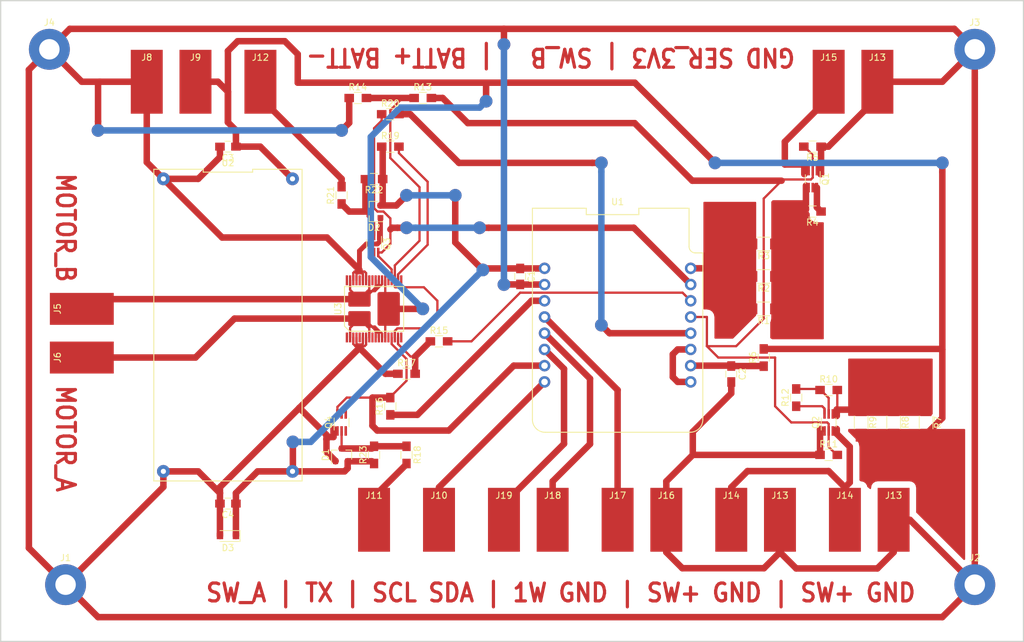
<source format=kicad_pcb>
(kicad_pcb (version 20170123) (host pcbnew "(2017-03-04 revision e6cfb6a)-master")

  (general
    (links 118)
    (no_connects 0)
    (area 25.299999 25.299999 185.520001 125.830001)
    (thickness 1.6)
    (drawings 9)
    (tracks 450)
    (zones 0)
    (modules 58)
    (nets 43)
  )

  (page A4)
  (layers
    (0 F.Cu signal)
    (31 B.Cu signal)
    (32 B.Adhes user)
    (33 F.Adhes user)
    (34 B.Paste user)
    (35 F.Paste user)
    (36 B.SilkS user)
    (37 F.SilkS user)
    (38 B.Mask user)
    (39 F.Mask user)
    (40 Dwgs.User user)
    (41 Cmts.User user)
    (42 Eco1.User user)
    (43 Eco2.User user)
    (44 Edge.Cuts user)
    (45 Margin user)
    (46 B.CrtYd user)
    (47 F.CrtYd user)
    (48 B.Fab user)
    (49 F.Fab user)
  )

  (setup
    (last_trace_width 1.016)
    (user_trace_width 0.2032)
    (user_trace_width 0.3556)
    (user_trace_width 0.381)
    (user_trace_width 0.762)
    (user_trace_width 1.016)
    (user_trace_width 1.524)
    (trace_clearance 0.14)
    (zone_clearance 1)
    (zone_45_only no)
    (trace_min 0.2)
    (segment_width 0.2)
    (edge_width 0.2)
    (via_size 2)
    (via_drill 0)
    (via_min_size 0.4)
    (via_min_drill 0)
    (uvia_size 0.3)
    (uvia_drill 0.1)
    (uvias_allowed no)
    (uvia_min_size 0.2)
    (uvia_min_drill 0.1)
    (pcb_text_width 0.3)
    (pcb_text_size 1.5 1.5)
    (mod_edge_width 0.15)
    (mod_text_size 1 1)
    (mod_text_width 0.15)
    (pad_size 3.2 3.2)
    (pad_drill 3.2)
    (pad_to_mask_clearance 0.2)
    (aux_axis_origin 0 0)
    (visible_elements FFFFFF9F)
    (pcbplotparams
      (layerselection 0x00030_ffffffff)
      (usegerberextensions false)
      (excludeedgelayer true)
      (linewidth 0.100000)
      (plotframeref false)
      (viasonmask false)
      (mode 1)
      (useauxorigin false)
      (hpglpennumber 1)
      (hpglpenspeed 20)
      (hpglpendiameter 15)
      (psnegative false)
      (psa4output false)
      (plotreference true)
      (plotvalue true)
      (plotinvisibletext false)
      (padsonsilk false)
      (subtractmaskfromsilk false)
      (outputformat 1)
      (mirror false)
      (drillshape 1)
      (scaleselection 1)
      (outputdirectory ""))
  )

  (net 0 "")
  (net 1 GND)
  (net 2 /BATT+)
  (net 3 VCC)
  (net 4 /EN_DIAG_B)
  (net 5 /EN_DRIVER)
  (net 6 /SW_A)
  (net 7 /MOT_PWM)
  (net 8 /EN_A)
  (net 9 /SW_B)
  (net 10 /EN_B)
  (net 11 /3V3)
  (net 12 /WAKEUP)
  (net 13 "Net-(C2-Pad1)")
  (net 14 /SWITCH_B)
  (net 15 /SWITCH_A)
  (net 16 /SW_V+)
  (net 17 /SER_3V3)
  (net 18 /OW)
  (net 19 /SDA)
  (net 20 /SCL)
  (net 21 "Net-(Q1-Pad5)")
  (net 22 "Net-(Q1-Pad4)")
  (net 23 "Net-(Q2-Pad4)")
  (net 24 "Net-(Q2-Pad5)")
  (net 25 "Net-(Q2-Pad6)")
  (net 26 "Net-(R15-Pad1)")
  (net 27 /MOT_A)
  (net 28 /MOT_B)
  (net 29 "Net-(R19-Pad2)")
  (net 30 /TX)
  (net 31 "Net-(U3-Pad36)")
  (net 32 "Net-(U3-Pad1)")
  (net 33 "Net-(U3-Pad32)")
  (net 34 "Net-(U3-Pad5)")
  (net 35 "Net-(U3-Pad28)")
  (net 36 "Net-(U3-Pad9)")
  (net 37 "Net-(U3-Pad23)")
  (net 38 "Net-(U3-Pad14)")
  (net 39 "Net-(U3-Pad19)")
  (net 40 "Net-(U3-Pad18)")
  (net 41 "Net-(D1-Pad3)")
  (net 42 "Net-(D2-Pad3)")

  (net_class Default "This is the default net class."
    (clearance 0.14)
    (trace_width 0.25)
    (via_dia 2)
    (via_drill 0)
    (uvia_dia 0.3)
    (uvia_drill 0.1)
    (add_net /3V3)
    (add_net /BATT+)
    (add_net /EN_A)
    (add_net /EN_B)
    (add_net /EN_DIAG_B)
    (add_net /EN_DRIVER)
    (add_net /MOT_A)
    (add_net /MOT_B)
    (add_net /MOT_PWM)
    (add_net /OW)
    (add_net /SCL)
    (add_net /SDA)
    (add_net /SER_3V3)
    (add_net /SWITCH_A)
    (add_net /SWITCH_B)
    (add_net /SW_A)
    (add_net /SW_B)
    (add_net /SW_V+)
    (add_net /TX)
    (add_net /WAKEUP)
    (add_net GND)
    (add_net "Net-(C2-Pad1)")
    (add_net "Net-(D1-Pad3)")
    (add_net "Net-(D2-Pad3)")
    (add_net "Net-(Q1-Pad4)")
    (add_net "Net-(Q1-Pad5)")
    (add_net "Net-(Q2-Pad4)")
    (add_net "Net-(Q2-Pad5)")
    (add_net "Net-(Q2-Pad6)")
    (add_net "Net-(R15-Pad1)")
    (add_net "Net-(R19-Pad2)")
    (add_net "Net-(U3-Pad1)")
    (add_net "Net-(U3-Pad14)")
    (add_net "Net-(U3-Pad18)")
    (add_net "Net-(U3-Pad19)")
    (add_net "Net-(U3-Pad23)")
    (add_net "Net-(U3-Pad28)")
    (add_net "Net-(U3-Pad32)")
    (add_net "Net-(U3-Pad36)")
    (add_net "Net-(U3-Pad5)")
    (add_net "Net-(U3-Pad9)")
    (add_net VCC)
  )

  (module Wire_Pads:SolderWirePad_single_SMD_5x10mm (layer F.Cu) (tedit 5640A485) (tstamp 58C2C986)
    (at 38.1 81.28 90)
    (descr "Wire Pad, Square, SMD Pad,  5mm x 10mm,")
    (tags "MesurementPoint Square SMDPad 5mmx10mm ")
    (path /58BC4870)
    (attr smd)
    (fp_text reference J6 (at 0 -3.81 90) (layer F.SilkS)
      (effects (font (size 1 1) (thickness 0.15)))
    )
    (fp_text value MOT_A (at 0 6.35 90) (layer F.Fab)
      (effects (font (size 1 1) (thickness 0.15)))
    )
    (fp_line (start 2.75 -5.25) (end -2.75 -5.25) (layer F.CrtYd) (width 0.05))
    (fp_line (start 2.75 5.25) (end 2.75 -5.25) (layer F.CrtYd) (width 0.05))
    (fp_line (start -2.75 5.25) (end 2.75 5.25) (layer F.CrtYd) (width 0.05))
    (fp_line (start -2.75 -5.25) (end -2.75 5.25) (layer F.CrtYd) (width 0.05))
    (pad 1 smd rect (at 0 0 90) (size 5 10) (layers F.Cu F.Paste F.Mask)
      (net 27 /MOT_A))
  )

  (module Wire_Pads:SolderWirePad_single_SMD_5x10mm (layer F.Cu) (tedit 5640A485) (tstamp 58BCAAED)
    (at 162.56 38.1)
    (descr "Wire Pad, Square, SMD Pad,  5mm x 10mm,")
    (tags "MesurementPoint Square SMDPad 5mmx10mm ")
    (path /58BC45D4)
    (attr smd)
    (fp_text reference J13 (at 0 -3.81) (layer F.SilkS)
      (effects (font (size 1 1) (thickness 0.15)))
    )
    (fp_text value GND (at 0 6.35) (layer F.Fab)
      (effects (font (size 1 1) (thickness 0.15)))
    )
    (fp_line (start 2.75 -5.25) (end -2.75 -5.25) (layer F.CrtYd) (width 0.05))
    (fp_line (start 2.75 5.25) (end 2.75 -5.25) (layer F.CrtYd) (width 0.05))
    (fp_line (start -2.75 5.25) (end 2.75 5.25) (layer F.CrtYd) (width 0.05))
    (fp_line (start -2.75 -5.25) (end -2.75 5.25) (layer F.CrtYd) (width 0.05))
    (pad 1 smd rect (at 0 0) (size 5 10) (layers F.Cu F.Paste F.Mask)
      (net 1 GND))
  )

  (module n9505-step-down:n9595 (layer F.Cu) (tedit 58B5C771) (tstamp 58B55DA5)
    (at 60.96 76.2 270)
    (path /58A29F62)
    (fp_text reference U2 (at -25.4 0) (layer F.SilkS)
      (effects (font (size 1 1) (thickness 0.15)))
    )
    (fp_text value N9505 (at 0 0 270) (layer F.Fab)
      (effects (font (size 1 1) (thickness 0.15)))
    )
    (fp_line (start -24.55 11.75) (end -24.55 -11.75) (layer F.CrtYd) (width 0.05))
    (fp_line (start 24.55 11.75) (end -24.55 11.75) (layer F.CrtYd) (width 0.05))
    (fp_line (start 24.55 -11.75) (end 24.55 11.75) (layer F.CrtYd) (width 0.05))
    (fp_line (start -24.55 -11.75) (end 24.55 -11.75) (layer F.CrtYd) (width 0.05))
    (fp_line (start -24.4 3.866666) (end -24.4 11.599999) (layer F.SilkS) (width 0.15))
    (fp_line (start -23.95 3.866666) (end -24.4 3.866666) (layer F.SilkS) (width 0.15))
    (fp_line (start -23.95 -3.866666) (end -23.95 3.866666) (layer F.SilkS) (width 0.15))
    (fp_line (start -24.4 -3.866666) (end -23.95 -3.866666) (layer F.SilkS) (width 0.15))
    (fp_line (start -24.4 -11.6) (end -24.4 -3.866666) (layer F.SilkS) (width 0.15))
    (fp_line (start 24.4 -11.599999) (end -24.4 -11.6) (layer F.SilkS) (width 0.15))
    (fp_line (start 24.4 11.6) (end 24.4 -11.599999) (layer F.SilkS) (width 0.15))
    (fp_line (start -24.4 11.599999) (end 24.4 11.6) (layer F.SilkS) (width 0.15))
    (pad 3 thru_hole circle (at 22.9 10.1 270) (size 2 2) (drill 0.8) (layers *.Cu *.Mask)
      (net 1 GND))
    (pad 4 thru_hole circle (at 22.9 -10.1 270) (size 2 2) (drill 0.8) (layers *.Cu *.Mask)
      (net 3 VCC))
    (pad 2 thru_hole circle (at -22.9 10.1 270) (size 2 2) (drill 0.8) (layers *.Cu *.Mask)
      (net 1 GND))
    (pad 1 thru_hole circle (at -22.9 -10.1 270) (size 2 2) (drill 0.8) (layers *.Cu *.Mask)
      (net 2 /BATT+))
    (model ${KIPRJMOD}/3dshapes/n9505-step-down.3dshapes/step-down-n9505.wrl
      (at (xyz 0 0 0.1968503937007874))
      (scale (xyz 0.3937 0.3937 0.3937))
      (rotate (xyz 0 0 0))
    )
    (model ${KIPRJMOD}/3dshapes/n9505-step-down.3dshapes/conn-1x1-straight.wrl
      (at (xyz 0.9015748031496063 -0.3858267716535433 -0.05905511811023623))
      (scale (xyz 0.3937 0.3937 0.3937))
      (rotate (xyz 0 0 0))
    )
    (model ${KIPRJMOD}/3dshapes/n9505-step-down.3dshapes/conn-1x1-straight.wrl
      (at (xyz 0.9015748031496063 0.4094488188976378 -0.05905511811023623))
      (scale (xyz 0.3937 0.3937 0.3937))
      (rotate (xyz 0 0 0))
    )
    (model ${KIPRJMOD}/3dshapes/n9505-step-down.3dshapes/conn-1x1-straight.wrl
      (at (xyz -0.9015748031496063 0.4094488188976378 -0.05905511811023623))
      (scale (xyz 0.3937 0.3937 0.3937))
      (rotate (xyz 0 0 0))
    )
    (model ${KIPRJMOD}/3dshapes/n9505-step-down.3dshapes/conn-1x1-straight.wrl
      (at (xyz -0.9015748031496063 -0.3858267716535433 -0.05905511811023623))
      (scale (xyz 0.3937 0.3937 0.3937))
      (rotate (xyz 0 0 0))
    )
  )

  (module Wire_Pads:SolderWirePad_single_SMD_5x10mm (layer F.Cu) (tedit 5640A485) (tstamp 58BC97A1)
    (at 147.32 106.68)
    (descr "Wire Pad, Square, SMD Pad,  5mm x 10mm,")
    (tags "MesurementPoint Square SMDPad 5mmx10mm ")
    (path /58BC45D4)
    (attr smd)
    (fp_text reference J13 (at 0 -3.81) (layer F.SilkS)
      (effects (font (size 1 1) (thickness 0.15)))
    )
    (fp_text value GND (at 0 6.35) (layer F.Fab)
      (effects (font (size 1 1) (thickness 0.15)))
    )
    (fp_line (start 2.75 -5.25) (end -2.75 -5.25) (layer F.CrtYd) (width 0.05))
    (fp_line (start 2.75 5.25) (end 2.75 -5.25) (layer F.CrtYd) (width 0.05))
    (fp_line (start -2.75 5.25) (end 2.75 5.25) (layer F.CrtYd) (width 0.05))
    (fp_line (start -2.75 -5.25) (end -2.75 5.25) (layer F.CrtYd) (width 0.05))
    (pad 1 smd rect (at 0 0) (size 5 10) (layers F.Cu F.Paste F.Mask)
      (net 1 GND))
  )

  (module Wire_Pads:SolderWirePad_single_SMD_5x10mm (layer F.Cu) (tedit 5640A485) (tstamp 58BC9774)
    (at 139.7 106.68)
    (descr "Wire Pad, Square, SMD Pad,  5mm x 10mm,")
    (tags "MesurementPoint Square SMDPad 5mmx10mm ")
    (path /58BC4614)
    (attr smd)
    (fp_text reference J14 (at 0 -3.81) (layer F.SilkS)
      (effects (font (size 1 1) (thickness 0.15)))
    )
    (fp_text value SW_V+ (at 0 6.35) (layer F.Fab)
      (effects (font (size 1 1) (thickness 0.15)))
    )
    (fp_line (start -2.75 -5.25) (end -2.75 5.25) (layer F.CrtYd) (width 0.05))
    (fp_line (start -2.75 5.25) (end 2.75 5.25) (layer F.CrtYd) (width 0.05))
    (fp_line (start 2.75 5.25) (end 2.75 -5.25) (layer F.CrtYd) (width 0.05))
    (fp_line (start 2.75 -5.25) (end -2.75 -5.25) (layer F.CrtYd) (width 0.05))
    (pad 1 smd rect (at 0 0) (size 5 10) (layers F.Cu F.Paste F.Mask)
      (net 16 /SW_V+))
  )

  (module Wire_Pads:SolderWirePad_single_SMD_5x10mm (layer F.Cu) (tedit 5640A485) (tstamp 58BC58A0)
    (at 121.92 106.68)
    (descr "Wire Pad, Square, SMD Pad,  5mm x 10mm,")
    (tags "MesurementPoint Square SMDPad 5mmx10mm ")
    (path /58BC4744)
    (attr smd)
    (fp_text reference J17 (at 0 -3.81) (layer F.SilkS)
      (effects (font (size 1 1) (thickness 0.15)))
    )
    (fp_text value 1W (at 0 6.35) (layer F.Fab)
      (effects (font (size 1 1) (thickness 0.15)))
    )
    (fp_line (start 2.75 -5.25) (end -2.75 -5.25) (layer F.CrtYd) (width 0.05))
    (fp_line (start 2.75 5.25) (end 2.75 -5.25) (layer F.CrtYd) (width 0.05))
    (fp_line (start -2.75 5.25) (end 2.75 5.25) (layer F.CrtYd) (width 0.05))
    (fp_line (start -2.75 -5.25) (end -2.75 5.25) (layer F.CrtYd) (width 0.05))
    (pad 1 smd rect (at 0 0) (size 5 10) (layers F.Cu F.Paste F.Mask)
      (net 18 /OW))
  )

  (module Wire_Pads:SolderWirePad_single_SMD_5x10mm (layer F.Cu) (tedit 5640A485) (tstamp 58BC5893)
    (at 111.76 106.68)
    (descr "Wire Pad, Square, SMD Pad,  5mm x 10mm,")
    (tags "MesurementPoint Square SMDPad 5mmx10mm ")
    (path /58BC474A)
    (attr smd)
    (fp_text reference J18 (at 0 -3.81) (layer F.SilkS)
      (effects (font (size 1 1) (thickness 0.15)))
    )
    (fp_text value SDA (at 0 6.35) (layer F.Fab)
      (effects (font (size 1 1) (thickness 0.15)))
    )
    (fp_line (start -2.75 -5.25) (end -2.75 5.25) (layer F.CrtYd) (width 0.05))
    (fp_line (start -2.75 5.25) (end 2.75 5.25) (layer F.CrtYd) (width 0.05))
    (fp_line (start 2.75 5.25) (end 2.75 -5.25) (layer F.CrtYd) (width 0.05))
    (fp_line (start 2.75 -5.25) (end -2.75 -5.25) (layer F.CrtYd) (width 0.05))
    (pad 1 smd rect (at 0 0) (size 5 10) (layers F.Cu F.Paste F.Mask)
      (net 19 /SDA))
  )

  (module Wire_Pads:SolderWirePad_single_SMD_5x10mm (layer F.Cu) (tedit 5640A485) (tstamp 58C2C9FB)
    (at 48.26 38.1)
    (descr "Wire Pad, Square, SMD Pad,  5mm x 10mm,")
    (tags "MesurementPoint Square SMDPad 5mmx10mm ")
    (path /58BC487C)
    (attr smd)
    (fp_text reference J8 (at 0 -3.81) (layer F.SilkS)
      (effects (font (size 1 1) (thickness 0.15)))
    )
    (fp_text value BATT- (at 0 6.35) (layer F.Fab)
      (effects (font (size 1 1) (thickness 0.15)))
    )
    (fp_line (start -2.75 -5.25) (end -2.75 5.25) (layer F.CrtYd) (width 0.05))
    (fp_line (start -2.75 5.25) (end 2.75 5.25) (layer F.CrtYd) (width 0.05))
    (fp_line (start 2.75 5.25) (end 2.75 -5.25) (layer F.CrtYd) (width 0.05))
    (fp_line (start 2.75 -5.25) (end -2.75 -5.25) (layer F.CrtYd) (width 0.05))
    (pad 1 smd rect (at 0 0) (size 5 10) (layers F.Cu F.Paste F.Mask)
      (net 1 GND))
  )

  (module Wire_Pads:SolderWirePad_single_SMD_5x10mm (layer F.Cu) (tedit 5640A485) (tstamp 58C2C9EE)
    (at 157.48 106.68)
    (descr "Wire Pad, Square, SMD Pad,  5mm x 10mm,")
    (tags "MesurementPoint Square SMDPad 5mmx10mm ")
    (path /58BC4614)
    (attr smd)
    (fp_text reference J14 (at 0 -3.81) (layer F.SilkS)
      (effects (font (size 1 1) (thickness 0.15)))
    )
    (fp_text value SW_V+ (at 0 6.35) (layer F.Fab)
      (effects (font (size 1 1) (thickness 0.15)))
    )
    (fp_line (start 2.75 -5.25) (end -2.75 -5.25) (layer F.CrtYd) (width 0.05))
    (fp_line (start 2.75 5.25) (end 2.75 -5.25) (layer F.CrtYd) (width 0.05))
    (fp_line (start -2.75 5.25) (end 2.75 5.25) (layer F.CrtYd) (width 0.05))
    (fp_line (start -2.75 -5.25) (end -2.75 5.25) (layer F.CrtYd) (width 0.05))
    (pad 1 smd rect (at 0 0) (size 5 10) (layers F.Cu F.Paste F.Mask)
      (net 16 /SW_V+))
  )

  (module Wire_Pads:SolderWirePad_single_SMD_5x10mm (layer F.Cu) (tedit 5640A485) (tstamp 58C2C9E1)
    (at 165.1 106.68)
    (descr "Wire Pad, Square, SMD Pad,  5mm x 10mm,")
    (tags "MesurementPoint Square SMDPad 5mmx10mm ")
    (path /58BC45D4)
    (attr smd)
    (fp_text reference J13 (at 0 -3.81) (layer F.SilkS)
      (effects (font (size 1 1) (thickness 0.15)))
    )
    (fp_text value GND (at 0 6.35) (layer F.Fab)
      (effects (font (size 1 1) (thickness 0.15)))
    )
    (fp_line (start -2.75 -5.25) (end -2.75 5.25) (layer F.CrtYd) (width 0.05))
    (fp_line (start -2.75 5.25) (end 2.75 5.25) (layer F.CrtYd) (width 0.05))
    (fp_line (start 2.75 5.25) (end 2.75 -5.25) (layer F.CrtYd) (width 0.05))
    (fp_line (start 2.75 -5.25) (end -2.75 -5.25) (layer F.CrtYd) (width 0.05))
    (pad 1 smd rect (at 0 0) (size 5 10) (layers F.Cu F.Paste F.Mask)
      (net 1 GND))
  )

  (module Wire_Pads:SolderWirePad_single_SMD_5x10mm (layer F.Cu) (tedit 5640A485) (tstamp 58C2C9D4)
    (at 66.04 38.1)
    (descr "Wire Pad, Square, SMD Pad,  5mm x 10mm,")
    (tags "MesurementPoint Square SMDPad 5mmx10mm ")
    (path /58BC45CE)
    (attr smd)
    (fp_text reference J12 (at 0 -3.81) (layer F.SilkS)
      (effects (font (size 1 1) (thickness 0.15)))
    )
    (fp_text value SWITCH_B (at 0 6.35) (layer F.Fab)
      (effects (font (size 1 1) (thickness 0.15)))
    )
    (fp_line (start 2.75 -5.25) (end -2.75 -5.25) (layer F.CrtYd) (width 0.05))
    (fp_line (start 2.75 5.25) (end 2.75 -5.25) (layer F.CrtYd) (width 0.05))
    (fp_line (start -2.75 5.25) (end 2.75 5.25) (layer F.CrtYd) (width 0.05))
    (fp_line (start -2.75 -5.25) (end -2.75 5.25) (layer F.CrtYd) (width 0.05))
    (pad 1 smd rect (at 0 0) (size 5 10) (layers F.Cu F.Paste F.Mask)
      (net 14 /SWITCH_B))
  )

  (module Wire_Pads:SolderWirePad_single_SMD_5x10mm (layer F.Cu) (tedit 5640A485) (tstamp 58C2C9C7)
    (at 83.82 106.68)
    (descr "Wire Pad, Square, SMD Pad,  5mm x 10mm,")
    (tags "MesurementPoint Square SMDPad 5mmx10mm ")
    (path /58BC44DE)
    (attr smd)
    (fp_text reference J11 (at 0 -3.81) (layer F.SilkS)
      (effects (font (size 1 1) (thickness 0.15)))
    )
    (fp_text value SWITCH_A (at 0 6.35) (layer F.Fab)
      (effects (font (size 1 1) (thickness 0.15)))
    )
    (fp_line (start -2.75 -5.25) (end -2.75 5.25) (layer F.CrtYd) (width 0.05))
    (fp_line (start -2.75 5.25) (end 2.75 5.25) (layer F.CrtYd) (width 0.05))
    (fp_line (start 2.75 5.25) (end 2.75 -5.25) (layer F.CrtYd) (width 0.05))
    (fp_line (start 2.75 -5.25) (end -2.75 -5.25) (layer F.CrtYd) (width 0.05))
    (pad 1 smd rect (at 0 0) (size 5 10) (layers F.Cu F.Paste F.Mask)
      (net 15 /SWITCH_A))
  )

  (module Wire_Pads:SolderWirePad_single_SMD_5x10mm (layer F.Cu) (tedit 5640A485) (tstamp 58C2C9BA)
    (at 154.94 38.1)
    (descr "Wire Pad, Square, SMD Pad,  5mm x 10mm,")
    (tags "MesurementPoint Square SMDPad 5mmx10mm ")
    (path /58BC4738)
    (attr smd)
    (fp_text reference J15 (at 0 -3.81) (layer F.SilkS)
      (effects (font (size 1 1) (thickness 0.15)))
    )
    (fp_text value SER_3V3 (at 0 6.35) (layer F.Fab)
      (effects (font (size 1 1) (thickness 0.15)))
    )
    (fp_line (start 2.75 -5.25) (end -2.75 -5.25) (layer F.CrtYd) (width 0.05))
    (fp_line (start 2.75 5.25) (end 2.75 -5.25) (layer F.CrtYd) (width 0.05))
    (fp_line (start -2.75 5.25) (end 2.75 5.25) (layer F.CrtYd) (width 0.05))
    (fp_line (start -2.75 -5.25) (end -2.75 5.25) (layer F.CrtYd) (width 0.05))
    (pad 1 smd rect (at 0 0) (size 5 10) (layers F.Cu F.Paste F.Mask)
      (net 17 /SER_3V3))
  )

  (module Wire_Pads:SolderWirePad_single_SMD_5x10mm (layer F.Cu) (tedit 5640A485) (tstamp 58C2C9AD)
    (at 93.98 106.68)
    (descr "Wire Pad, Square, SMD Pad,  5mm x 10mm,")
    (tags "MesurementPoint Square SMDPad 5mmx10mm ")
    (path /58BC38AA)
    (attr smd)
    (fp_text reference J10 (at 0 -3.81) (layer F.SilkS)
      (effects (font (size 1 1) (thickness 0.15)))
    )
    (fp_text value TX (at 0 6.35) (layer F.Fab)
      (effects (font (size 1 1) (thickness 0.15)))
    )
    (fp_line (start -2.75 -5.25) (end -2.75 5.25) (layer F.CrtYd) (width 0.05))
    (fp_line (start -2.75 5.25) (end 2.75 5.25) (layer F.CrtYd) (width 0.05))
    (fp_line (start 2.75 5.25) (end 2.75 -5.25) (layer F.CrtYd) (width 0.05))
    (fp_line (start 2.75 -5.25) (end -2.75 -5.25) (layer F.CrtYd) (width 0.05))
    (pad 1 smd rect (at 0 0) (size 5 10) (layers F.Cu F.Paste F.Mask)
      (net 30 /TX))
  )

  (module Wire_Pads:SolderWirePad_single_SMD_5x10mm (layer F.Cu) (tedit 58BC64C0) (tstamp 58C2C9A0)
    (at 55.88 38.1)
    (descr "Wire Pad, Square, SMD Pad,  5mm x 10mm,")
    (tags "MesurementPoint Square SMDPad 5mmx10mm ")
    (path /58BC4882)
    (attr smd)
    (fp_text reference J9 (at 0 -3.81) (layer F.SilkS)
      (effects (font (size 1 1) (thickness 0.15)))
    )
    (fp_text value BATT+ (at 0 6.35) (layer F.Fab)
      (effects (font (size 1 1) (thickness 0.15)))
    )
    (fp_line (start 2.75 -5.25) (end -2.75 -5.25) (layer F.CrtYd) (width 0.05))
    (fp_line (start 2.75 5.25) (end 2.75 -5.25) (layer F.CrtYd) (width 0.05))
    (fp_line (start -2.75 5.25) (end 2.75 5.25) (layer F.CrtYd) (width 0.05))
    (fp_line (start -2.75 -5.25) (end -2.75 5.25) (layer F.CrtYd) (width 0.05))
    (pad 1 smd rect (at 0 0) (size 5 10) (layers F.Cu F.Paste F.Mask)
      (net 2 /BATT+))
  )

  (module Wire_Pads:SolderWirePad_single_SMD_5x10mm (layer F.Cu) (tedit 5640A485) (tstamp 58C2C979)
    (at 129.54 106.68)
    (descr "Wire Pad, Square, SMD Pad,  5mm x 10mm,")
    (tags "MesurementPoint Square SMDPad 5mmx10mm ")
    (path /58BC473E)
    (attr smd)
    (fp_text reference J16 (at 0 -3.81) (layer F.SilkS)
      (effects (font (size 1 1) (thickness 0.15)))
    )
    (fp_text value GND (at 0 6.35) (layer F.Fab)
      (effects (font (size 1 1) (thickness 0.15)))
    )
    (fp_line (start -2.75 -5.25) (end -2.75 5.25) (layer F.CrtYd) (width 0.05))
    (fp_line (start -2.75 5.25) (end 2.75 5.25) (layer F.CrtYd) (width 0.05))
    (fp_line (start 2.75 5.25) (end 2.75 -5.25) (layer F.CrtYd) (width 0.05))
    (fp_line (start 2.75 -5.25) (end -2.75 -5.25) (layer F.CrtYd) (width 0.05))
    (pad 1 smd rect (at 0 0) (size 5 10) (layers F.Cu F.Paste F.Mask)
      (net 1 GND))
  )

  (module Wire_Pads:SolderWirePad_single_SMD_5x10mm (layer F.Cu) (tedit 5640A485) (tstamp 58C2C952)
    (at 104.14 106.68)
    (descr "Wire Pad, Square, SMD Pad,  5mm x 10mm,")
    (tags "MesurementPoint Square SMDPad 5mmx10mm ")
    (path /58BC4750)
    (attr smd)
    (fp_text reference J19 (at 0 -3.81) (layer F.SilkS)
      (effects (font (size 1 1) (thickness 0.15)))
    )
    (fp_text value SCL (at 0 6.35) (layer F.Fab)
      (effects (font (size 1 1) (thickness 0.15)))
    )
    (fp_line (start 2.75 -5.25) (end -2.75 -5.25) (layer F.CrtYd) (width 0.05))
    (fp_line (start 2.75 5.25) (end 2.75 -5.25) (layer F.CrtYd) (width 0.05))
    (fp_line (start -2.75 5.25) (end 2.75 5.25) (layer F.CrtYd) (width 0.05))
    (fp_line (start -2.75 -5.25) (end -2.75 5.25) (layer F.CrtYd) (width 0.05))
    (pad 1 smd rect (at 0 0) (size 5 10) (layers F.Cu F.Paste F.Mask)
      (net 20 /SCL))
  )

  (module Wire_Pads:SolderWirePad_single_SMD_5x10mm (layer F.Cu) (tedit 5640A485) (tstamp 58C2C945)
    (at 38.1 73.66 90)
    (descr "Wire Pad, Square, SMD Pad,  5mm x 10mm,")
    (tags "MesurementPoint Square SMDPad 5mmx10mm ")
    (path /58BC486A)
    (attr smd)
    (fp_text reference J5 (at 0 -3.81 90) (layer F.SilkS)
      (effects (font (size 1 1) (thickness 0.15)))
    )
    (fp_text value MOT_B (at 0 6.35 90) (layer F.Fab)
      (effects (font (size 1 1) (thickness 0.15)))
    )
    (fp_line (start -2.75 -5.25) (end -2.75 5.25) (layer F.CrtYd) (width 0.05))
    (fp_line (start -2.75 5.25) (end 2.75 5.25) (layer F.CrtYd) (width 0.05))
    (fp_line (start 2.75 5.25) (end 2.75 -5.25) (layer F.CrtYd) (width 0.05))
    (fp_line (start 2.75 -5.25) (end -2.75 -5.25) (layer F.CrtYd) (width 0.05))
    (pad 1 smd rect (at 0 0 90) (size 5 10) (layers F.Cu F.Paste F.Mask)
      (net 28 /MOT_B))
  )

  (module TO_SOT_Packages_SMD:SOT-363_SC-70-6_Handsoldering (layer F.Cu) (tedit 58962036) (tstamp 58B30358)
    (at 154.94 91.44 90)
    (descr "SOT-363, SC-70-6, Handsoldering")
    (path /58A3E87F)
    (attr smd)
    (fp_text reference Q2 (at 0 -2 90) (layer F.SilkS)
      (effects (font (size 1 1) (thickness 0.15)))
    )
    (fp_text value P/N_MOS (at 0 2 270) (layer F.Fab)
      (effects (font (size 1 1) (thickness 0.15)))
    )
    (fp_line (start -0.175 -1.1) (end -0.675 -0.6) (layer F.Fab) (width 0.1))
    (fp_line (start 0.675 1.1) (end -0.675 1.1) (layer F.Fab) (width 0.1))
    (fp_line (start 0.675 -1.1) (end 0.675 1.1) (layer F.Fab) (width 0.1))
    (fp_line (start -0.675 -0.6) (end -0.675 1.1) (layer F.Fab) (width 0.1))
    (fp_line (start 0.675 -1.1) (end -0.175 -1.1) (layer F.Fab) (width 0.1))
    (fp_line (start -2.4 -1.4) (end 2.4 -1.4) (layer F.CrtYd) (width 0.05))
    (fp_line (start -2.4 -1.4) (end -2.4 1.4) (layer F.CrtYd) (width 0.05))
    (fp_line (start 2.4 1.4) (end 2.4 -1.4) (layer F.CrtYd) (width 0.05))
    (fp_line (start -0.7 1.16) (end 0.7 1.16) (layer F.SilkS) (width 0.12))
    (fp_line (start 0.7 -1.16) (end -1.2 -1.16) (layer F.SilkS) (width 0.12))
    (fp_line (start -2.4 1.4) (end 2.4 1.4) (layer F.CrtYd) (width 0.05))
    (pad 6 smd rect (at 1.33 -0.65 90) (size 1.5 0.4) (layers F.Cu F.Paste F.Mask)
      (net 25 "Net-(Q2-Pad6)"))
    (pad 5 smd rect (at 1.33 0 90) (size 1.5 0.4) (layers F.Cu F.Paste F.Mask)
      (net 24 "Net-(Q2-Pad5)"))
    (pad 4 smd rect (at 1.33 0.65 90) (size 1.5 0.4) (layers F.Cu F.Paste F.Mask)
      (net 23 "Net-(Q2-Pad4)"))
    (pad 3 smd rect (at -1.33 0.65 90) (size 1.5 0.4) (layers F.Cu F.Paste F.Mask)
      (net 16 /SW_V+))
    (pad 2 smd rect (at -1.33 0 90) (size 1.5 0.4) (layers F.Cu F.Paste F.Mask)
      (net 5 /EN_DRIVER))
    (pad 1 smd rect (at -1.33 -0.65 90) (size 1.5 0.4) (layers F.Cu F.Paste F.Mask)
      (net 1 GND))
    (model TO_SOT_Packages_SMD.3dshapes/SC-70-6.wrl
      (at (xyz 0 0 0))
      (scale (xyz 1 1 1))
      (rotate (xyz 0 0 90))
    )
  )

  (module Resistors_SMD:R_1206_HandSoldering (layer F.Cu) (tedit 58AADA36) (tstamp 58B60CF1)
    (at 160.02 91.44 270)
    (descr "Resistor SMD 1206, hand soldering")
    (tags "resistor 1206")
    (path /58B2CBA2)
    (attr smd)
    (fp_text reference R9 (at 0 -1.85 270) (layer F.SilkS)
      (effects (font (size 1 1) (thickness 0.15)))
    )
    (fp_text value 100 (at 0 1.9 270) (layer F.Fab)
      (effects (font (size 1 1) (thickness 0.15)))
    )
    (fp_text user %R (at 0 -1.85 270) (layer F.Fab)
      (effects (font (size 1 1) (thickness 0.15)))
    )
    (fp_line (start -1.6 0.8) (end -1.6 -0.8) (layer F.Fab) (width 0.1))
    (fp_line (start 1.6 0.8) (end -1.6 0.8) (layer F.Fab) (width 0.1))
    (fp_line (start 1.6 -0.8) (end 1.6 0.8) (layer F.Fab) (width 0.1))
    (fp_line (start -1.6 -0.8) (end 1.6 -0.8) (layer F.Fab) (width 0.1))
    (fp_line (start 1 1.07) (end -1 1.07) (layer F.SilkS) (width 0.12))
    (fp_line (start -1 -1.07) (end 1 -1.07) (layer F.SilkS) (width 0.12))
    (fp_line (start -3.25 -1.11) (end 3.25 -1.11) (layer F.CrtYd) (width 0.05))
    (fp_line (start -3.25 -1.11) (end -3.25 1.1) (layer F.CrtYd) (width 0.05))
    (fp_line (start 3.25 1.1) (end 3.25 -1.11) (layer F.CrtYd) (width 0.05))
    (fp_line (start 3.25 1.1) (end -3.25 1.1) (layer F.CrtYd) (width 0.05))
    (pad 1 smd rect (at -2 0 270) (size 2 1.7) (layers F.Cu F.Paste F.Mask)
      (net 23 "Net-(Q2-Pad4)"))
    (pad 2 smd rect (at 2 0 270) (size 2 1.7) (layers F.Cu F.Paste F.Mask)
      (net 2 /BATT+))
    (model Resistors_SMD.3dshapes/R_1206.wrl
      (at (xyz 0 0 0))
      (scale (xyz 1 1 1))
      (rotate (xyz 0 0 0))
    )
  )

  (module TO_SOT_Packages_SMD:SOT-363_SC-70-6_Handsoldering (layer F.Cu) (tedit 58962036) (tstamp 58B3034E)
    (at 152.45 53.34 270)
    (descr "SOT-363, SC-70-6, Handsoldering")
    (path /58A3D2EE)
    (attr smd)
    (fp_text reference Q1 (at 0 -2 270) (layer F.SilkS)
      (effects (font (size 1 1) (thickness 0.15)))
    )
    (fp_text value P/N_MOS (at 0 2 90) (layer F.Fab)
      (effects (font (size 1 1) (thickness 0.15)))
    )
    (fp_line (start -0.175 -1.1) (end -0.675 -0.6) (layer F.Fab) (width 0.1))
    (fp_line (start 0.675 1.1) (end -0.675 1.1) (layer F.Fab) (width 0.1))
    (fp_line (start 0.675 -1.1) (end 0.675 1.1) (layer F.Fab) (width 0.1))
    (fp_line (start -0.675 -0.6) (end -0.675 1.1) (layer F.Fab) (width 0.1))
    (fp_line (start 0.675 -1.1) (end -0.175 -1.1) (layer F.Fab) (width 0.1))
    (fp_line (start -2.4 -1.4) (end 2.4 -1.4) (layer F.CrtYd) (width 0.05))
    (fp_line (start -2.4 -1.4) (end -2.4 1.4) (layer F.CrtYd) (width 0.05))
    (fp_line (start 2.4 1.4) (end 2.4 -1.4) (layer F.CrtYd) (width 0.05))
    (fp_line (start -0.7 1.16) (end 0.7 1.16) (layer F.SilkS) (width 0.12))
    (fp_line (start 0.7 -1.16) (end -1.2 -1.16) (layer F.SilkS) (width 0.12))
    (fp_line (start -2.4 1.4) (end 2.4 1.4) (layer F.CrtYd) (width 0.05))
    (pad 6 smd rect (at 1.33 -0.65 270) (size 1.5 0.4) (layers F.Cu F.Paste F.Mask)
      (net 21 "Net-(Q1-Pad5)"))
    (pad 5 smd rect (at 1.33 0 270) (size 1.5 0.4) (layers F.Cu F.Paste F.Mask)
      (net 21 "Net-(Q1-Pad5)"))
    (pad 4 smd rect (at 1.33 0.65 270) (size 1.5 0.4) (layers F.Cu F.Paste F.Mask)
      (net 22 "Net-(Q1-Pad4)"))
    (pad 3 smd rect (at -1.33 0.65 270) (size 1.5 0.4) (layers F.Cu F.Paste F.Mask)
      (net 17 /SER_3V3))
    (pad 2 smd rect (at -1.33 0 270) (size 1.5 0.4) (layers F.Cu F.Paste F.Mask)
      (net 5 /EN_DRIVER))
    (pad 1 smd rect (at -1.33 -0.65 270) (size 1.5 0.4) (layers F.Cu F.Paste F.Mask)
      (net 1 GND))
    (model TO_SOT_Packages_SMD.3dshapes/SC-70-6.wrl
      (at (xyz 0 0 0))
      (scale (xyz 1 1 1))
      (rotate (xyz 0 0 0))
    )
  )

  (module Resistors_SMD:R_0805_HandSoldering (layer F.Cu) (tedit 58AADA1D) (tstamp 58B58B61)
    (at 83.82 96.52 90)
    (descr "Resistor SMD 0805, hand soldering")
    (tags "resistor 0805")
    (path /58B58401)
    (attr smd)
    (fp_text reference R23 (at 0 -1.7 90) (layer F.SilkS)
      (effects (font (size 1 1) (thickness 0.15)))
    )
    (fp_text value 100k (at 0 1.75 90) (layer F.Fab)
      (effects (font (size 1 1) (thickness 0.15)))
    )
    (fp_text user %R (at 0 -1.7 90) (layer F.Fab)
      (effects (font (size 1 1) (thickness 0.15)))
    )
    (fp_line (start -1 0.62) (end -1 -0.62) (layer F.Fab) (width 0.1))
    (fp_line (start 1 0.62) (end -1 0.62) (layer F.Fab) (width 0.1))
    (fp_line (start 1 -0.62) (end 1 0.62) (layer F.Fab) (width 0.1))
    (fp_line (start -1 -0.62) (end 1 -0.62) (layer F.Fab) (width 0.1))
    (fp_line (start 0.6 0.88) (end -0.6 0.88) (layer F.SilkS) (width 0.12))
    (fp_line (start -0.6 -0.88) (end 0.6 -0.88) (layer F.SilkS) (width 0.12))
    (fp_line (start -2.35 -0.9) (end 2.35 -0.9) (layer F.CrtYd) (width 0.05))
    (fp_line (start -2.35 -0.9) (end -2.35 0.9) (layer F.CrtYd) (width 0.05))
    (fp_line (start 2.35 0.9) (end 2.35 -0.9) (layer F.CrtYd) (width 0.05))
    (fp_line (start 2.35 0.9) (end -2.35 0.9) (layer F.CrtYd) (width 0.05))
    (pad 1 smd rect (at -1.35 0 90) (size 1.5 1.3) (layers F.Cu F.Paste F.Mask)
      (net 3 VCC))
    (pad 2 smd rect (at 1.35 0 90) (size 1.5 1.3) (layers F.Cu F.Paste F.Mask)
      (net 41 "Net-(D1-Pad3)"))
    (model Resistors_SMD.3dshapes/R_0805.wrl
      (at (xyz 0 0 0))
      (scale (xyz 1 1 1))
      (rotate (xyz 0 0 0))
    )
  )

  (module Resistors_SMD:R_0805_HandSoldering (layer F.Cu) (tedit 58AADA1D) (tstamp 58B58A50)
    (at 83.82 53.34 180)
    (descr "Resistor SMD 0805, hand soldering")
    (tags "resistor 0805")
    (path /58B5AF00)
    (attr smd)
    (fp_text reference R22 (at 0 -1.7 180) (layer F.SilkS)
      (effects (font (size 1 1) (thickness 0.15)))
    )
    (fp_text value 100k (at 0 1.75 180) (layer F.Fab)
      (effects (font (size 1 1) (thickness 0.15)))
    )
    (fp_text user %R (at 0 -1.7 180) (layer F.Fab)
      (effects (font (size 1 1) (thickness 0.15)))
    )
    (fp_line (start -1 0.62) (end -1 -0.62) (layer F.Fab) (width 0.1))
    (fp_line (start 1 0.62) (end -1 0.62) (layer F.Fab) (width 0.1))
    (fp_line (start 1 -0.62) (end 1 0.62) (layer F.Fab) (width 0.1))
    (fp_line (start -1 -0.62) (end 1 -0.62) (layer F.Fab) (width 0.1))
    (fp_line (start 0.6 0.88) (end -0.6 0.88) (layer F.SilkS) (width 0.12))
    (fp_line (start -0.6 -0.88) (end 0.6 -0.88) (layer F.SilkS) (width 0.12))
    (fp_line (start -2.35 -0.9) (end 2.35 -0.9) (layer F.CrtYd) (width 0.05))
    (fp_line (start -2.35 -0.9) (end -2.35 0.9) (layer F.CrtYd) (width 0.05))
    (fp_line (start 2.35 0.9) (end 2.35 -0.9) (layer F.CrtYd) (width 0.05))
    (fp_line (start 2.35 0.9) (end -2.35 0.9) (layer F.CrtYd) (width 0.05))
    (pad 1 smd rect (at -1.35 0 180) (size 1.5 1.3) (layers F.Cu F.Paste F.Mask)
      (net 3 VCC))
    (pad 2 smd rect (at 1.35 0 180) (size 1.5 1.3) (layers F.Cu F.Paste F.Mask)
      (net 42 "Net-(D2-Pad3)"))
    (model Resistors_SMD.3dshapes/R_0805.wrl
      (at (xyz 0 0 0))
      (scale (xyz 1 1 1))
      (rotate (xyz 0 0 0))
    )
  )

  (module TO_SOT_Packages_SMD:SOT-363_SC-70-6_Handsoldering (layer F.Cu) (tedit 58962036) (tstamp 58B587F9)
    (at 83.82 63.5 270)
    (descr "SOT-363, SC-70-6, Handsoldering")
    (path /58B5A0FE)
    (attr smd)
    (fp_text reference Q3 (at 0 -2 270) (layer F.SilkS)
      (effects (font (size 1 1) (thickness 0.15)))
    )
    (fp_text value P/N_MOS (at 0 2 90) (layer F.Fab)
      (effects (font (size 1 1) (thickness 0.15)))
    )
    (fp_line (start -0.175 -1.1) (end -0.675 -0.6) (layer F.Fab) (width 0.1))
    (fp_line (start 0.675 1.1) (end -0.675 1.1) (layer F.Fab) (width 0.1))
    (fp_line (start 0.675 -1.1) (end 0.675 1.1) (layer F.Fab) (width 0.1))
    (fp_line (start -0.675 -0.6) (end -0.675 1.1) (layer F.Fab) (width 0.1))
    (fp_line (start 0.675 -1.1) (end -0.175 -1.1) (layer F.Fab) (width 0.1))
    (fp_line (start -2.4 -1.4) (end 2.4 -1.4) (layer F.CrtYd) (width 0.05))
    (fp_line (start -2.4 -1.4) (end -2.4 1.4) (layer F.CrtYd) (width 0.05))
    (fp_line (start 2.4 1.4) (end 2.4 -1.4) (layer F.CrtYd) (width 0.05))
    (fp_line (start -0.7 1.16) (end 0.7 1.16) (layer F.SilkS) (width 0.12))
    (fp_line (start 0.7 -1.16) (end -1.2 -1.16) (layer F.SilkS) (width 0.12))
    (fp_line (start -2.4 1.4) (end 2.4 1.4) (layer F.CrtYd) (width 0.05))
    (pad 6 smd rect (at 1.33 -0.65 270) (size 1.5 0.4) (layers F.Cu F.Paste F.Mask)
      (net 9 /SW_B))
    (pad 5 smd rect (at 1.33 0 270) (size 1.5 0.4) (layers F.Cu F.Paste F.Mask))
    (pad 4 smd rect (at 1.33 0.65 270) (size 1.5 0.4) (layers F.Cu F.Paste F.Mask))
    (pad 3 smd rect (at -1.33 0.65 270) (size 1.5 0.4) (layers F.Cu F.Paste F.Mask))
    (pad 2 smd rect (at -1.33 0 270) (size 1.5 0.4) (layers F.Cu F.Paste F.Mask)
      (net 42 "Net-(D2-Pad3)"))
    (pad 1 smd rect (at -1.33 -0.65 270) (size 1.5 0.4) (layers F.Cu F.Paste F.Mask)
      (net 1 GND))
    (model TO_SOT_Packages_SMD.3dshapes/SC-70-6.wrl
      (at (xyz 0 0 0))
      (scale (xyz 1 1 1))
      (rotate (xyz 0 0 90))
    )
  )

  (module TO_SOT_Packages_SMD:SOT-363_SC-70-6_Handsoldering (layer F.Cu) (tedit 58962036) (tstamp 58B587DD)
    (at 78.74 91.44 90)
    (descr "SOT-363, SC-70-6, Handsoldering")
    (path /58B5726A)
    (attr smd)
    (fp_text reference Q4 (at 0 -2 90) (layer F.SilkS)
      (effects (font (size 1 1) (thickness 0.15)))
    )
    (fp_text value P/N_MOS (at 0 2 270) (layer F.Fab)
      (effects (font (size 1 1) (thickness 0.15)))
    )
    (fp_line (start -2.4 1.4) (end 2.4 1.4) (layer F.CrtYd) (width 0.05))
    (fp_line (start 0.7 -1.16) (end -1.2 -1.16) (layer F.SilkS) (width 0.12))
    (fp_line (start -0.7 1.16) (end 0.7 1.16) (layer F.SilkS) (width 0.12))
    (fp_line (start 2.4 1.4) (end 2.4 -1.4) (layer F.CrtYd) (width 0.05))
    (fp_line (start -2.4 -1.4) (end -2.4 1.4) (layer F.CrtYd) (width 0.05))
    (fp_line (start -2.4 -1.4) (end 2.4 -1.4) (layer F.CrtYd) (width 0.05))
    (fp_line (start 0.675 -1.1) (end -0.175 -1.1) (layer F.Fab) (width 0.1))
    (fp_line (start -0.675 -0.6) (end -0.675 1.1) (layer F.Fab) (width 0.1))
    (fp_line (start 0.675 -1.1) (end 0.675 1.1) (layer F.Fab) (width 0.1))
    (fp_line (start 0.675 1.1) (end -0.675 1.1) (layer F.Fab) (width 0.1))
    (fp_line (start -0.175 -1.1) (end -0.675 -0.6) (layer F.Fab) (width 0.1))
    (pad 1 smd rect (at -1.33 -0.65 90) (size 1.5 0.4) (layers F.Cu F.Paste F.Mask)
      (net 1 GND))
    (pad 2 smd rect (at -1.33 0 90) (size 1.5 0.4) (layers F.Cu F.Paste F.Mask)
      (net 41 "Net-(D1-Pad3)"))
    (pad 3 smd rect (at -1.33 0.65 90) (size 1.5 0.4) (layers F.Cu F.Paste F.Mask))
    (pad 4 smd rect (at 1.33 0.65 90) (size 1.5 0.4) (layers F.Cu F.Paste F.Mask))
    (pad 5 smd rect (at 1.33 0 90) (size 1.5 0.4) (layers F.Cu F.Paste F.Mask))
    (pad 6 smd rect (at 1.33 -0.65 90) (size 1.5 0.4) (layers F.Cu F.Paste F.Mask)
      (net 6 /SW_A))
    (model TO_SOT_Packages_SMD.3dshapes/SC-70-6.wrl
      (at (xyz 0 0 0))
      (scale (xyz 1 1 1))
      (rotate (xyz 0 0 90))
    )
  )

  (module wemos-d1-mini:wemos-d1-mini-with-pin-header-and-connector (layer F.Cu) (tedit 58B56593) (tstamp 58C5F1DB)
    (at 121.92 76.2 270)
    (path /5874C844)
    (fp_text reference U1 (at -19.3 0) (layer F.SilkS)
      (effects (font (size 1 1) (thickness 0.15)))
    )
    (fp_text value WeMos_mini (at 0 0 270) (layer F.Fab)
      (effects (font (size 1 1) (thickness 0.15)))
    )
    (fp_line (start -18.3 13.33) (end 14.78 13.33) (layer F.SilkS) (width 0.15))
    (fp_line (start 16.78 11.33) (end 16.78 -11.33) (layer F.SilkS) (width 0.15))
    (fp_line (start 14.78 -13.33) (end -11.3 -13.33) (layer F.SilkS) (width 0.15))
    (fp_line (start -18.3 -11.18) (end -18.3 -3.32) (layer F.SilkS) (width 0.15))
    (fp_line (start -18.3 -3.32) (end -17.3 -3.32) (layer F.SilkS) (width 0.15))
    (fp_line (start -17.3 -3.32) (end -17.3 4.9) (layer F.SilkS) (width 0.15))
    (fp_line (start -17.3 4.9) (end -18.3 4.9) (layer F.SilkS) (width 0.15))
    (fp_line (start -18.3 4.9) (end -18.3 13.329999) (layer F.SilkS) (width 0.15))
    (fp_line (start -11.48 -13.5) (end 14.85 -13.5) (layer F.CrtYd) (width 0.05))
    (fp_line (start 16.94 -11.5) (end 16.94 11.5) (layer F.CrtYd) (width 0.05))
    (fp_line (start 14.94 13.5) (end -18.46 13.5) (layer F.CrtYd) (width 0.05))
    (fp_line (start -18.46 13.5) (end -18.46 -11.33) (layer F.CrtYd) (width 0.05))
    (fp_arc (start 14.78 -11.33) (end 14.78 -13.33) (angle 90) (layer F.SilkS) (width 0.15))
    (fp_arc (start 14.78 11.33) (end 16.78 11.33) (angle 90) (layer F.SilkS) (width 0.15))
    (fp_arc (start 14.94 11.5) (end 16.94 11.5) (angle 90) (layer F.CrtYd) (width 0.05))
    (fp_arc (start 14.94 -11.5) (end 14.85 -13.5) (angle 92.57657183) (layer F.CrtYd) (width 0.05))
    (fp_line (start -18.3 -11.18) (end -12.3 -11.18) (layer F.SilkS) (width 0.15))
    (fp_arc (start -12.3 -12.18) (end -11.3 -12.18) (angle 90) (layer F.SilkS) (width 0.15))
    (fp_line (start -11.3 -12.17) (end -11.3 -13.33) (layer F.SilkS) (width 0.15))
    (fp_line (start -11.3 -13.33) (end -11.3 -13.33) (layer F.SilkS) (width 0.15))
    (fp_line (start -11.48 -13.5) (end -11.48 -12.33) (layer F.CrtYd) (width 0.05))
    (fp_line (start -18.46 -11.33) (end -12.48 -11.33) (layer F.CrtYd) (width 0.05))
    (fp_arc (start -12.48 -12.33) (end -11.48 -12.33) (angle 90) (layer F.CrtYd) (width 0.05))
    (pad 16 thru_hole circle (at -8.89 -11.43 270) (size 1.8 1.8) (drill 1.016) (layers *.Cu *.Mask)
      (net 11 /3V3))
    (pad 1 thru_hole circle (at -8.89 11.43 270) (size 1.8 1.8) (drill 1.016) (layers *.Cu *.Mask)
      (net 3 VCC))
    (pad 15 thru_hole circle (at -6.35 -11.43 270) (size 1.8 1.8) (drill 1.016) (layers *.Cu *.Mask)
      (net 9 /SW_B))
    (pad 2 thru_hole circle (at -6.35 11.43 270) (size 1.8 1.8) (drill 1.016) (layers *.Cu *.Mask)
      (net 1 GND))
    (pad 14 thru_hole circle (at -3.81 -11.43 270) (size 1.8 1.8) (drill 1.016) (layers *.Cu *.Mask)
      (net 7 /MOT_PWM))
    (pad 3 thru_hole circle (at -3.81 11.43 270) (size 1.8 1.8) (drill 1.016) (layers *.Cu *.Mask)
      (net 8 /EN_A))
    (pad 13 thru_hole circle (at -1.27 -11.43 270) (size 1.8 1.8) (drill 1.016) (layers *.Cu *.Mask)
      (net 5 /EN_DRIVER))
    (pad 4 thru_hole circle (at -1.27 11.43 270) (size 1.8 1.8) (drill 1.016) (layers *.Cu *.Mask)
      (net 18 /OW))
    (pad 12 thru_hole circle (at 1.27 -11.43 270) (size 1.8 1.8) (drill 1.016) (layers *.Cu *.Mask)
      (net 10 /EN_B))
    (pad 5 thru_hole circle (at 1.27 11.43 270) (size 1.8 1.8) (drill 1.016) (layers *.Cu *.Mask)
      (net 19 /SDA))
    (pad 11 thru_hole circle (at 3.81 -11.43 270) (size 1.8 1.8) (drill 1.016) (layers *.Cu *.Mask)
      (net 12 /WAKEUP))
    (pad 6 thru_hole circle (at 3.81 11.43 270) (size 1.8 1.8) (drill 1.016) (layers *.Cu *.Mask)
      (net 20 /SCL))
    (pad 10 thru_hole circle (at 6.35 -11.43 270) (size 1.8 1.8) (drill 1.016) (layers *.Cu *.Mask)
      (net 13 "Net-(C2-Pad1)"))
    (pad 7 thru_hole circle (at 6.35 11.43 270) (size 1.8 1.8) (drill 1.016) (layers *.Cu *.Mask)
      (net 6 /SW_A))
    (pad 9 thru_hole circle (at 8.89 -11.43 270) (size 1.8 1.8) (drill 1.016) (layers *.Cu *.Mask)
      (net 12 /WAKEUP))
    (pad 8 thru_hole circle (at 8.89 11.43 270) (size 1.8 1.8) (drill 1.016) (layers *.Cu *.Mask)
      (net 30 /TX))
    (model ${KIPRJMOD}/3dshapes/wemos_d1_mini.3dshapes/d1_mini_shield.wrl
      (at (xyz -0.7047244094488189 -0.5039370078740159 0.3307086614173229))
      (scale (xyz 0.3937 0.3937 0.3937))
      (rotate (xyz 0 180 90))
    )
    (model ${KIPRJMOD}/3dshapes/wemos_d1_mini.3dshapes/SLW-108-01-G-S.wrl
      (at (xyz 0 -0.4488188976377953 0))
      (scale (xyz 0.3937 0.3937 0.3937))
      (rotate (xyz -90 0 0))
    )
    (model ${KIPRJMOD}/3dshapes/wemos_d1_mini.3dshapes/SLW-108-01-G-S.wrl
      (at (xyz 0 0.4488188976377953 0))
      (scale (xyz 0.3937 0.3937 0.3937))
      (rotate (xyz -90 0 0))
    )
    (model ${KIPRJMOD}/3dshapes/wemos_d1_mini.3dshapes/TSW-108-05-G-S.wrl
      (at (xyz 0 -0.4488188976377953 0.2874015748031496))
      (scale (xyz 0.3937 0.3937 0.3937))
      (rotate (xyz 90 0 0))
    )
    (model ${KIPRJMOD}/3dshapes/wemos_d1_mini.3dshapes/TSW-108-05-G-S.wrl
      (at (xyz 0 0.4488188976377953 0.2874015748031496))
      (scale (xyz 0.3937 0.3937 0.3937))
      (rotate (xyz 90 0 0))
    )
  )

  (module power-sso-36-tp:PowerSOIC-36 (layer F.Cu) (tedit 58B51750) (tstamp 58B54A59)
    (at 83.82 73.66)
    (path /58A23F29)
    (attr smd)
    (fp_text reference U3 (at -5.63 0 90) (layer F.SilkS)
      (effects (font (size 1 1) (thickness 0.15)))
    )
    (fp_text value VHN5180A-E (at -0.254 -6.096) (layer F.Fab)
      (effects (font (size 1 1) (thickness 0.15)))
    )
    (fp_line (start -3.83 3.5) (end -4.63 2.7) (layer F.SilkS) (width 0.15))
    (fp_line (start -4.63 2.7) (end -4.63 -3.5) (layer F.SilkS) (width 0.15))
    (fp_line (start -4.63 -3.5) (end 4.63 -3.5) (layer F.SilkS) (width 0.15))
    (fp_line (start 4.63 -3.5) (end 4.63 3.5) (layer F.SilkS) (width 0.15))
    (fp_line (start 4.63 3.5) (end -3.83 3.5) (layer F.SilkS) (width 0.15))
    (fp_line (start -4.8 -3.65) (end 4.8 -3.65) (layer F.CrtYd) (width 0.05))
    (fp_line (start 4.8 -3.65) (end 4.8 3.65) (layer F.CrtYd) (width 0.05))
    (fp_line (start 4.8 3.65) (end -4.8 3.65) (layer F.CrtYd) (width 0.05))
    (fp_line (start -4.8 3.65) (end -4.8 -3.65) (layer F.CrtYd) (width 0.05))
    (pad 36 smd rect (at -4.25 -4.475) (size 0.36 1.55) (layers F.Cu F.Paste F.Mask)
      (net 31 "Net-(U3-Pad36)"))
    (pad 1 smd rect (at -4.25 4.475) (size 0.36 1.55) (layers F.Cu F.Paste F.Mask)
      (net 32 "Net-(U3-Pad1)"))
    (pad 35 smd rect (at -3.75 -4.475) (size 0.36 1.55) (layers F.Cu F.Paste F.Mask)
      (net 28 /MOT_B))
    (pad 2 smd rect (at -3.75 4.475) (size 0.36 1.55) (layers F.Cu F.Paste F.Mask)
      (net 27 /MOT_A))
    (pad 34 smd rect (at -3.25 -4.475) (size 0.36 1.55) (layers F.Cu F.Paste F.Mask)
      (net 1 GND))
    (pad 3 smd rect (at -3.25 4.475) (size 0.36 1.55) (layers F.Cu F.Paste F.Mask)
      (net 1 GND))
    (pad 33 smd rect (at -2.75 -4.475) (size 0.36 1.55) (layers F.Cu F.Paste F.Mask)
      (net 1 GND))
    (pad 4 smd rect (at -2.75 4.475) (size 0.36 1.55) (layers F.Cu F.Paste F.Mask)
      (net 1 GND))
    (pad 32 smd rect (at -2.25 -4.475) (size 0.36 1.55) (layers F.Cu F.Paste F.Mask)
      (net 33 "Net-(U3-Pad32)"))
    (pad 5 smd rect (at -2.25 4.475) (size 0.36 1.55) (layers F.Cu F.Paste F.Mask)
      (net 34 "Net-(U3-Pad5)"))
    (pad 31 smd rect (at -1.75 -4.475) (size 0.36 1.55) (layers F.Cu F.Paste F.Mask)
      (net 1 GND))
    (pad 6 smd rect (at -1.75 4.475) (size 0.36 1.55) (layers F.Cu F.Paste F.Mask)
      (net 1 GND))
    (pad 30 smd rect (at -1.25 -4.475) (size 0.36 1.55) (layers F.Cu F.Paste F.Mask)
      (net 1 GND))
    (pad 7 smd rect (at -1.25 4.475) (size 0.36 1.55) (layers F.Cu F.Paste F.Mask)
      (net 1 GND))
    (pad 29 smd rect (at -0.75 -4.475) (size 0.36 1.55) (layers F.Cu F.Paste F.Mask)
      (net 28 /MOT_B))
    (pad 8 smd rect (at -0.75 4.475) (size 0.36 1.55) (layers F.Cu F.Paste F.Mask)
      (net 27 /MOT_A))
    (pad 28 smd rect (at -0.25 -4.475) (size 0.36 1.55) (layers F.Cu F.Paste F.Mask)
      (net 35 "Net-(U3-Pad28)"))
    (pad 9 smd rect (at -0.25 4.475) (size 0.36 1.55) (layers F.Cu F.Paste F.Mask)
      (net 36 "Net-(U3-Pad9)"))
    (pad 27 smd rect (at 0.25 -4.475) (size 0.36 1.55) (layers F.Cu F.Paste F.Mask)
      (net 28 /MOT_B))
    (pad 10 smd rect (at 0.25 4.475) (size 0.36 1.55) (layers F.Cu F.Paste F.Mask)
      (net 27 /MOT_A))
    (pad 26 smd rect (at 0.75 -4.475) (size 0.36 1.55) (layers F.Cu F.Paste F.Mask)
      (net 28 /MOT_B))
    (pad 11 smd rect (at 0.75 4.475) (size 0.36 1.55) (layers F.Cu F.Paste F.Mask)
      (net 27 /MOT_A))
    (pad 25 smd rect (at 1.25 -4.475) (size 0.36 1.55) (layers F.Cu F.Paste F.Mask)
      (net 28 /MOT_B))
    (pad 12 smd rect (at 1.25 4.475) (size 0.36 1.55) (layers F.Cu F.Paste F.Mask)
      (net 27 /MOT_A))
    (pad 24 smd rect (at 1.75 -4.475) (size 0.36 1.55) (layers F.Cu F.Paste F.Mask)
      (net 2 /BATT+))
    (pad 13 smd rect (at 1.75 4.475) (size 0.36 1.55) (layers F.Cu F.Paste F.Mask)
      (net 2 /BATT+))
    (pad 23 smd rect (at 2.25 -4.475) (size 0.36 1.55) (layers F.Cu F.Paste F.Mask)
      (net 37 "Net-(U3-Pad23)"))
    (pad 14 smd rect (at 2.25 4.475) (size 0.36 1.55) (layers F.Cu F.Paste F.Mask)
      (net 38 "Net-(U3-Pad14)"))
    (pad 22 smd rect (at 2.75 -4.475) (size 0.36 1.55) (layers F.Cu F.Paste F.Mask)
      (net 9 /SW_B))
    (pad 15 smd rect (at 2.75 4.475) (size 0.36 1.55) (layers F.Cu F.Paste F.Mask)
      (net 6 /SW_A))
    (pad 21 smd rect (at 3.25 -4.475) (size 0.36 1.55) (layers F.Cu F.Paste F.Mask)
      (net 4 /EN_DIAG_B))
    (pad 16 smd rect (at 3.25 4.475) (size 0.36 1.55) (layers F.Cu F.Paste F.Mask)
      (net 4 /EN_DIAG_B))
    (pad 20 smd rect (at 3.75 -4.475) (size 0.36 1.55) (layers F.Cu F.Paste F.Mask)
      (net 29 "Net-(R19-Pad2)"))
    (pad 17 smd rect (at 3.75 4.475) (size 0.36 1.55) (layers F.Cu F.Paste F.Mask)
      (net 26 "Net-(R15-Pad1)"))
    (pad 19 smd rect (at 4.25 -4.475) (size 0.36 1.55) (layers F.Cu F.Paste F.Mask)
      (net 39 "Net-(U3-Pad19)"))
    (pad 18 smd rect (at 4.25 4.475) (size 0.36 1.55) (layers F.Cu F.Paste F.Mask)
      (net 40 "Net-(U3-Pad18)"))
    (pad 38 smd roundrect (at -2.286 1.524) (size 3.5 2.35) (layers F.Cu F.Paste F.Mask)(roundrect_rratio 0.1)
      (net 27 /MOT_A))
    (pad 39 smd roundrect (at -2.286 -1.524) (size 3.5 2.35) (layers F.Cu F.Paste F.Mask)(roundrect_rratio 0.1)
      (net 28 /MOT_B))
    (pad 37 smd roundrect (at 2.286 0) (size 3.5 5.3) (layers F.Cu F.Paste F.Mask)(roundrect_rratio 0.1)
      (net 2 /BATT+))
    (model ${KIPRJMOD}/3dshapes/power-sso-36-tp.3dshapes/PowerSSO-36.wrl
      (at (xyz 0 0 0))
      (scale (xyz 0.393700787 0.393700787 0.393700787))
      (rotate (xyz -90 0 90))
    )
  )

  (module Resistors_SMD:R_0805_HandSoldering (layer F.Cu) (tedit 58AADA1D) (tstamp 58B30394)
    (at 154.94 86.36)
    (descr "Resistor SMD 0805, hand soldering")
    (tags "resistor 0805")
    (path /58A35814)
    (attr smd)
    (fp_text reference R10 (at 0 -1.7) (layer F.SilkS)
      (effects (font (size 1 1) (thickness 0.15)))
    )
    (fp_text value 100k (at 0 1.75) (layer F.Fab)
      (effects (font (size 1 1) (thickness 0.15)))
    )
    (fp_line (start 2.35 0.9) (end -2.35 0.9) (layer F.CrtYd) (width 0.05))
    (fp_line (start 2.35 0.9) (end 2.35 -0.9) (layer F.CrtYd) (width 0.05))
    (fp_line (start -2.35 -0.9) (end -2.35 0.9) (layer F.CrtYd) (width 0.05))
    (fp_line (start -2.35 -0.9) (end 2.35 -0.9) (layer F.CrtYd) (width 0.05))
    (fp_line (start -0.6 -0.88) (end 0.6 -0.88) (layer F.SilkS) (width 0.12))
    (fp_line (start 0.6 0.88) (end -0.6 0.88) (layer F.SilkS) (width 0.12))
    (fp_line (start -1 -0.62) (end 1 -0.62) (layer F.Fab) (width 0.1))
    (fp_line (start 1 -0.62) (end 1 0.62) (layer F.Fab) (width 0.1))
    (fp_line (start 1 0.62) (end -1 0.62) (layer F.Fab) (width 0.1))
    (fp_line (start -1 0.62) (end -1 -0.62) (layer F.Fab) (width 0.1))
    (fp_text user %R (at 0 -1.7) (layer F.Fab)
      (effects (font (size 1 1) (thickness 0.15)))
    )
    (pad 2 smd rect (at 1.35 0) (size 1.5 1.3) (layers F.Cu F.Paste F.Mask)
      (net 23 "Net-(Q2-Pad4)"))
    (pad 1 smd rect (at -1.35 0) (size 1.5 1.3) (layers F.Cu F.Paste F.Mask)
      (net 24 "Net-(Q2-Pad5)"))
    (model Resistors_SMD.3dshapes/R_0805.wrl
      (at (xyz 0 0 0))
      (scale (xyz 1 1 1))
      (rotate (xyz 0 0 0))
    )
  )

  (module Resistors_SMD:R_1206_HandSoldering (layer F.Cu) (tedit 58AADA36) (tstamp 58B30388)
    (at 165.1 91.44 270)
    (descr "Resistor SMD 1206, hand soldering")
    (tags "resistor 1206")
    (path /58A34716)
    (attr smd)
    (fp_text reference R8 (at 0 -1.85 270) (layer F.SilkS)
      (effects (font (size 1 1) (thickness 0.15)))
    )
    (fp_text value 100 (at 0.127 2.159 270) (layer F.Fab)
      (effects (font (size 1 1) (thickness 0.15)))
    )
    (fp_line (start 3.25 1.1) (end -3.25 1.1) (layer F.CrtYd) (width 0.05))
    (fp_line (start 3.25 1.1) (end 3.25 -1.11) (layer F.CrtYd) (width 0.05))
    (fp_line (start -3.25 -1.11) (end -3.25 1.1) (layer F.CrtYd) (width 0.05))
    (fp_line (start -3.25 -1.11) (end 3.25 -1.11) (layer F.CrtYd) (width 0.05))
    (fp_line (start -1 -1.07) (end 1 -1.07) (layer F.SilkS) (width 0.12))
    (fp_line (start 1 1.07) (end -1 1.07) (layer F.SilkS) (width 0.12))
    (fp_line (start -1.6 -0.8) (end 1.6 -0.8) (layer F.Fab) (width 0.1))
    (fp_line (start 1.6 -0.8) (end 1.6 0.8) (layer F.Fab) (width 0.1))
    (fp_line (start 1.6 0.8) (end -1.6 0.8) (layer F.Fab) (width 0.1))
    (fp_line (start -1.6 0.8) (end -1.6 -0.8) (layer F.Fab) (width 0.1))
    (fp_text user %R (at 0 -1.85 270) (layer F.Fab)
      (effects (font (size 1 1) (thickness 0.15)))
    )
    (pad 2 smd rect (at 2 0 270) (size 2 1.7) (layers F.Cu F.Paste F.Mask)
      (net 2 /BATT+))
    (pad 1 smd rect (at -2 0 270) (size 2 1.7) (layers F.Cu F.Paste F.Mask)
      (net 23 "Net-(Q2-Pad4)"))
    (model Resistors_SMD.3dshapes/R_1206.wrl
      (at (xyz 0 0 0))
      (scale (xyz 1 1 1))
      (rotate (xyz 0 0 0))
    )
  )

  (module Resistors_SMD:R_1206_HandSoldering (layer F.Cu) (tedit 58AADA36) (tstamp 58B30382)
    (at 170.18 91.44 270)
    (descr "Resistor SMD 1206, hand soldering")
    (tags "resistor 1206")
    (path /58A358CF)
    (attr smd)
    (fp_text reference R7 (at 0 -1.85 270) (layer F.SilkS)
      (effects (font (size 1 1) (thickness 0.15)))
    )
    (fp_text value 100 (at 0 1.9 270) (layer F.Fab)
      (effects (font (size 1 1) (thickness 0.15)))
    )
    (fp_line (start 3.25 1.1) (end -3.25 1.1) (layer F.CrtYd) (width 0.05))
    (fp_line (start 3.25 1.1) (end 3.25 -1.11) (layer F.CrtYd) (width 0.05))
    (fp_line (start -3.25 -1.11) (end -3.25 1.1) (layer F.CrtYd) (width 0.05))
    (fp_line (start -3.25 -1.11) (end 3.25 -1.11) (layer F.CrtYd) (width 0.05))
    (fp_line (start -1 -1.07) (end 1 -1.07) (layer F.SilkS) (width 0.12))
    (fp_line (start 1 1.07) (end -1 1.07) (layer F.SilkS) (width 0.12))
    (fp_line (start -1.6 -0.8) (end 1.6 -0.8) (layer F.Fab) (width 0.1))
    (fp_line (start 1.6 -0.8) (end 1.6 0.8) (layer F.Fab) (width 0.1))
    (fp_line (start 1.6 0.8) (end -1.6 0.8) (layer F.Fab) (width 0.1))
    (fp_line (start -1.6 0.8) (end -1.6 -0.8) (layer F.Fab) (width 0.1))
    (fp_text user %R (at 0 -1.85 270) (layer F.Fab)
      (effects (font (size 1 1) (thickness 0.15)))
    )
    (pad 2 smd rect (at 2 0 270) (size 2 1.7) (layers F.Cu F.Paste F.Mask)
      (net 2 /BATT+))
    (pad 1 smd rect (at -2 0 270) (size 2 1.7) (layers F.Cu F.Paste F.Mask)
      (net 23 "Net-(Q2-Pad4)"))
    (model Resistors_SMD.3dshapes/R_1206.wrl
      (at (xyz 0 0 0))
      (scale (xyz 1 1 1))
      (rotate (xyz 0 0 0))
    )
  )

  (module Capacitors_SMD:C_0805_HandSoldering (layer F.Cu) (tedit 58AA84A8) (tstamp 58B30303)
    (at 106.68 68.58 270)
    (descr "Capacitor SMD 0805, hand soldering")
    (tags "capacitor 0805")
    (path /58A2E7AF)
    (attr smd)
    (fp_text reference C1 (at 0 -1.75 270) (layer F.SilkS)
      (effects (font (size 1 1) (thickness 0.15)))
    )
    (fp_text value 1µ (at 0 1.75 270) (layer F.Fab)
      (effects (font (size 1 1) (thickness 0.15)))
    )
    (fp_line (start 2.25 0.87) (end -2.25 0.87) (layer F.CrtYd) (width 0.05))
    (fp_line (start 2.25 0.87) (end 2.25 -0.88) (layer F.CrtYd) (width 0.05))
    (fp_line (start -2.25 -0.88) (end -2.25 0.87) (layer F.CrtYd) (width 0.05))
    (fp_line (start -2.25 -0.88) (end 2.25 -0.88) (layer F.CrtYd) (width 0.05))
    (fp_line (start -0.5 0.85) (end 0.5 0.85) (layer F.SilkS) (width 0.12))
    (fp_line (start 0.5 -0.85) (end -0.5 -0.85) (layer F.SilkS) (width 0.12))
    (fp_line (start -1 -0.62) (end 1 -0.62) (layer F.Fab) (width 0.1))
    (fp_line (start 1 -0.62) (end 1 0.62) (layer F.Fab) (width 0.1))
    (fp_line (start 1 0.62) (end -1 0.62) (layer F.Fab) (width 0.1))
    (fp_line (start -1 0.62) (end -1 -0.62) (layer F.Fab) (width 0.1))
    (fp_text user %R (at 0 -1.75 270) (layer F.Fab)
      (effects (font (size 1 1) (thickness 0.15)))
    )
    (pad 2 smd rect (at 1.25 0 270) (size 1.5 1.25) (layers F.Cu F.Paste F.Mask)
      (net 1 GND))
    (pad 1 smd rect (at -1.25 0 270) (size 1.5 1.25) (layers F.Cu F.Paste F.Mask)
      (net 3 VCC))
    (model Capacitors_SMD.3dshapes/C_0805.wrl
      (at (xyz 0 0 0))
      (scale (xyz 1 1 1))
      (rotate (xyz 0 0 0))
    )
  )

  (module Capacitors_SMD:C_0805_HandSoldering (layer F.Cu) (tedit 58AA84A8) (tstamp 58B30309)
    (at 139.7 83.86 270)
    (descr "Capacitor SMD 0805, hand soldering")
    (tags "capacitor 0805")
    (path /5888FEDD)
    (attr smd)
    (fp_text reference C2 (at 0 -1.75 270) (layer F.SilkS)
      (effects (font (size 1 1) (thickness 0.15)))
    )
    (fp_text value 1µ (at 0 1.75 270) (layer F.Fab)
      (effects (font (size 1 1) (thickness 0.15)))
    )
    (fp_line (start 2.25 0.87) (end -2.25 0.87) (layer F.CrtYd) (width 0.05))
    (fp_line (start 2.25 0.87) (end 2.25 -0.88) (layer F.CrtYd) (width 0.05))
    (fp_line (start -2.25 -0.88) (end -2.25 0.87) (layer F.CrtYd) (width 0.05))
    (fp_line (start -2.25 -0.88) (end 2.25 -0.88) (layer F.CrtYd) (width 0.05))
    (fp_line (start -0.5 0.85) (end 0.5 0.85) (layer F.SilkS) (width 0.12))
    (fp_line (start 0.5 -0.85) (end -0.5 -0.85) (layer F.SilkS) (width 0.12))
    (fp_line (start -1 -0.62) (end 1 -0.62) (layer F.Fab) (width 0.1))
    (fp_line (start 1 -0.62) (end 1 0.62) (layer F.Fab) (width 0.1))
    (fp_line (start 1 0.62) (end -1 0.62) (layer F.Fab) (width 0.1))
    (fp_line (start -1 0.62) (end -1 -0.62) (layer F.Fab) (width 0.1))
    (fp_text user %R (at 0 -1.75 270) (layer F.Fab)
      (effects (font (size 1 1) (thickness 0.15)))
    )
    (pad 2 smd rect (at 1.25 0 270) (size 1.5 1.25) (layers F.Cu F.Paste F.Mask)
      (net 1 GND))
    (pad 1 smd rect (at -1.25 0 270) (size 1.5 1.25) (layers F.Cu F.Paste F.Mask)
      (net 13 "Net-(C2-Pad1)"))
    (model Capacitors_SMD.3dshapes/C_0805.wrl
      (at (xyz 0 0 0))
      (scale (xyz 1 1 1))
      (rotate (xyz 0 0 0))
    )
  )

  (module Capacitors_SMD:C_0805_HandSoldering (layer F.Cu) (tedit 58AA84A8) (tstamp 58B3030F)
    (at 60.96 48.26 180)
    (descr "Capacitor SMD 0805, hand soldering")
    (tags "capacitor 0805")
    (path /58A1E96E)
    (attr smd)
    (fp_text reference C3 (at 0 -1.75 180) (layer F.SilkS)
      (effects (font (size 1 1) (thickness 0.15)))
    )
    (fp_text value 1µ (at 0 1.75 180) (layer F.Fab)
      (effects (font (size 1 1) (thickness 0.15)))
    )
    (fp_line (start 2.25 0.87) (end -2.25 0.87) (layer F.CrtYd) (width 0.05))
    (fp_line (start 2.25 0.87) (end 2.25 -0.88) (layer F.CrtYd) (width 0.05))
    (fp_line (start -2.25 -0.88) (end -2.25 0.87) (layer F.CrtYd) (width 0.05))
    (fp_line (start -2.25 -0.88) (end 2.25 -0.88) (layer F.CrtYd) (width 0.05))
    (fp_line (start -0.5 0.85) (end 0.5 0.85) (layer F.SilkS) (width 0.12))
    (fp_line (start 0.5 -0.85) (end -0.5 -0.85) (layer F.SilkS) (width 0.12))
    (fp_line (start -1 -0.62) (end 1 -0.62) (layer F.Fab) (width 0.1))
    (fp_line (start 1 -0.62) (end 1 0.62) (layer F.Fab) (width 0.1))
    (fp_line (start 1 0.62) (end -1 0.62) (layer F.Fab) (width 0.1))
    (fp_line (start -1 0.62) (end -1 -0.62) (layer F.Fab) (width 0.1))
    (fp_text user %R (at 0 -1.75 180) (layer F.Fab)
      (effects (font (size 1 1) (thickness 0.15)))
    )
    (pad 2 smd rect (at 1.25 0 180) (size 1.5 1.25) (layers F.Cu F.Paste F.Mask)
      (net 1 GND))
    (pad 1 smd rect (at -1.25 0 180) (size 1.5 1.25) (layers F.Cu F.Paste F.Mask)
      (net 2 /BATT+))
    (model Capacitors_SMD.3dshapes/C_0805.wrl
      (at (xyz 0 0 0))
      (scale (xyz 1 1 1))
      (rotate (xyz 0 0 0))
    )
  )

  (module Capacitors_SMD:C_0805_HandSoldering (layer F.Cu) (tedit 58AA84A8) (tstamp 58B30315)
    (at 60.96 104.14 180)
    (descr "Capacitor SMD 0805, hand soldering")
    (tags "capacitor 0805")
    (path /58A1F6E4)
    (attr smd)
    (fp_text reference C4 (at 0 -1.75 180) (layer F.SilkS)
      (effects (font (size 1 1) (thickness 0.15)))
    )
    (fp_text value 1µ (at 0 1.75 180) (layer F.Fab)
      (effects (font (size 1 1) (thickness 0.15)))
    )
    (fp_line (start 2.25 0.87) (end -2.25 0.87) (layer F.CrtYd) (width 0.05))
    (fp_line (start 2.25 0.87) (end 2.25 -0.88) (layer F.CrtYd) (width 0.05))
    (fp_line (start -2.25 -0.88) (end -2.25 0.87) (layer F.CrtYd) (width 0.05))
    (fp_line (start -2.25 -0.88) (end 2.25 -0.88) (layer F.CrtYd) (width 0.05))
    (fp_line (start -0.5 0.85) (end 0.5 0.85) (layer F.SilkS) (width 0.12))
    (fp_line (start 0.5 -0.85) (end -0.5 -0.85) (layer F.SilkS) (width 0.12))
    (fp_line (start -1 -0.62) (end 1 -0.62) (layer F.Fab) (width 0.1))
    (fp_line (start 1 -0.62) (end 1 0.62) (layer F.Fab) (width 0.1))
    (fp_line (start 1 0.62) (end -1 0.62) (layer F.Fab) (width 0.1))
    (fp_line (start -1 0.62) (end -1 -0.62) (layer F.Fab) (width 0.1))
    (fp_text user %R (at 0 -1.75 180) (layer F.Fab)
      (effects (font (size 1 1) (thickness 0.15)))
    )
    (pad 2 smd rect (at 1.25 0 180) (size 1.5 1.25) (layers F.Cu F.Paste F.Mask)
      (net 1 GND))
    (pad 1 smd rect (at -1.25 0 180) (size 1.5 1.25) (layers F.Cu F.Paste F.Mask)
      (net 3 VCC))
    (model Capacitors_SMD.3dshapes/C_0805.wrl
      (at (xyz 0 0 0))
      (scale (xyz 1 1 1))
      (rotate (xyz 0 0 0))
    )
  )

  (module TO_SOT_Packages_SMD:SOT-23 (layer F.Cu) (tedit 5883B105) (tstamp 58B3031C)
    (at 78.74 96.52 90)
    (descr "SOT-23, Standard")
    (tags SOT-23)
    (path /58A3F6A4)
    (attr smd)
    (fp_text reference D1 (at 0 -2.5 90) (layer F.SilkS)
      (effects (font (size 1 1) (thickness 0.15)))
    )
    (fp_text value BAT54S (at 0 2.5 90) (layer F.Fab)
      (effects (font (size 1 1) (thickness 0.15)))
    )
    (fp_line (start 0.76 1.58) (end -0.7 1.58) (layer F.SilkS) (width 0.12))
    (fp_line (start 0.76 -1.58) (end -1.4 -1.58) (layer F.SilkS) (width 0.12))
    (fp_line (start -1.7 1.75) (end -1.7 -1.75) (layer F.CrtYd) (width 0.05))
    (fp_line (start 1.7 1.75) (end -1.7 1.75) (layer F.CrtYd) (width 0.05))
    (fp_line (start 1.7 -1.75) (end 1.7 1.75) (layer F.CrtYd) (width 0.05))
    (fp_line (start -1.7 -1.75) (end 1.7 -1.75) (layer F.CrtYd) (width 0.05))
    (fp_line (start 0.76 -1.58) (end 0.76 -0.65) (layer F.SilkS) (width 0.12))
    (fp_line (start 0.76 1.58) (end 0.76 0.65) (layer F.SilkS) (width 0.12))
    (fp_line (start -0.7 1.52) (end 0.7 1.52) (layer F.Fab) (width 0.1))
    (fp_line (start 0.7 -1.52) (end 0.7 1.52) (layer F.Fab) (width 0.1))
    (fp_line (start -0.7 -0.95) (end -0.15 -1.52) (layer F.Fab) (width 0.1))
    (fp_line (start -0.15 -1.52) (end 0.7 -1.52) (layer F.Fab) (width 0.1))
    (fp_line (start -0.7 -0.95) (end -0.7 1.5) (layer F.Fab) (width 0.1))
    (pad 3 smd rect (at 1 0 90) (size 0.9 0.8) (layers F.Cu F.Paste F.Mask)
      (net 41 "Net-(D1-Pad3)"))
    (pad 2 smd rect (at -1 0.95 90) (size 0.9 0.8) (layers F.Cu F.Paste F.Mask)
      (net 3 VCC))
    (pad 1 smd rect (at -1 -0.95 90) (size 0.9 0.8) (layers F.Cu F.Paste F.Mask)
      (net 1 GND))
    (model TO_SOT_Packages_SMD.3dshapes/SOT-23.wrl
      (at (xyz 0 0 0))
      (scale (xyz 1 1 1))
      (rotate (xyz 0 0 90))
    )
  )

  (module TO_SOT_Packages_SMD:SOT-23 (layer F.Cu) (tedit 5883B105) (tstamp 58B30323)
    (at 83.82 58.42 180)
    (descr "SOT-23, Standard")
    (tags SOT-23)
    (path /58A3FFFE)
    (attr smd)
    (fp_text reference D2 (at 0 -2.5 180) (layer F.SilkS)
      (effects (font (size 1 1) (thickness 0.15)))
    )
    (fp_text value BAT54S (at 0 2.5 180) (layer F.Fab)
      (effects (font (size 1 1) (thickness 0.15)))
    )
    (fp_line (start 0.76 1.58) (end -0.7 1.58) (layer F.SilkS) (width 0.12))
    (fp_line (start 0.76 -1.58) (end -1.4 -1.58) (layer F.SilkS) (width 0.12))
    (fp_line (start -1.7 1.75) (end -1.7 -1.75) (layer F.CrtYd) (width 0.05))
    (fp_line (start 1.7 1.75) (end -1.7 1.75) (layer F.CrtYd) (width 0.05))
    (fp_line (start 1.7 -1.75) (end 1.7 1.75) (layer F.CrtYd) (width 0.05))
    (fp_line (start -1.7 -1.75) (end 1.7 -1.75) (layer F.CrtYd) (width 0.05))
    (fp_line (start 0.76 -1.58) (end 0.76 -0.65) (layer F.SilkS) (width 0.12))
    (fp_line (start 0.76 1.58) (end 0.76 0.65) (layer F.SilkS) (width 0.12))
    (fp_line (start -0.7 1.52) (end 0.7 1.52) (layer F.Fab) (width 0.1))
    (fp_line (start 0.7 -1.52) (end 0.7 1.52) (layer F.Fab) (width 0.1))
    (fp_line (start -0.7 -0.95) (end -0.15 -1.52) (layer F.Fab) (width 0.1))
    (fp_line (start -0.15 -1.52) (end 0.7 -1.52) (layer F.Fab) (width 0.1))
    (fp_line (start -0.7 -0.95) (end -0.7 1.5) (layer F.Fab) (width 0.1))
    (pad 3 smd rect (at 1 0 180) (size 0.9 0.8) (layers F.Cu F.Paste F.Mask)
      (net 42 "Net-(D2-Pad3)"))
    (pad 2 smd rect (at -1 0.95 180) (size 0.9 0.8) (layers F.Cu F.Paste F.Mask)
      (net 3 VCC))
    (pad 1 smd rect (at -1 -0.95 180) (size 0.9 0.8) (layers F.Cu F.Paste F.Mask)
      (net 1 GND))
    (model TO_SOT_Packages_SMD.3dshapes/SOT-23.wrl
      (at (xyz 0 0 0))
      (scale (xyz 1 1 1))
      (rotate (xyz 0 0 90))
    )
  )

  (module Diodes_SMD:D_SOD-323_HandSoldering (layer F.Cu) (tedit 58641869) (tstamp 58B30329)
    (at 60.96 109.22 180)
    (descr SOD-323)
    (tags SOD-323)
    (path /58B2D4F3)
    (attr smd)
    (fp_text reference D3 (at 0 -1.85 180) (layer F.SilkS)
      (effects (font (size 1 1) (thickness 0.15)))
    )
    (fp_text value BZX84J-B5V1 (at 0.1 1.9 180) (layer F.Fab)
      (effects (font (size 1 1) (thickness 0.15)))
    )
    (fp_line (start -1.9 -0.85) (end 1.25 -0.85) (layer F.SilkS) (width 0.12))
    (fp_line (start -1.9 0.85) (end 1.25 0.85) (layer F.SilkS) (width 0.12))
    (fp_line (start -2 -0.95) (end -2 0.95) (layer F.CrtYd) (width 0.05))
    (fp_line (start -2 0.95) (end 2 0.95) (layer F.CrtYd) (width 0.05))
    (fp_line (start 2 -0.95) (end 2 0.95) (layer F.CrtYd) (width 0.05))
    (fp_line (start -2 -0.95) (end 2 -0.95) (layer F.CrtYd) (width 0.05))
    (fp_line (start -0.9 -0.7) (end 0.9 -0.7) (layer F.Fab) (width 0.1))
    (fp_line (start 0.9 -0.7) (end 0.9 0.7) (layer F.Fab) (width 0.1))
    (fp_line (start 0.9 0.7) (end -0.9 0.7) (layer F.Fab) (width 0.1))
    (fp_line (start -0.9 0.7) (end -0.9 -0.7) (layer F.Fab) (width 0.1))
    (fp_line (start -0.3 -0.35) (end -0.3 0.35) (layer F.Fab) (width 0.1))
    (fp_line (start -0.3 0) (end -0.5 0) (layer F.Fab) (width 0.1))
    (fp_line (start -0.3 0) (end 0.2 -0.35) (layer F.Fab) (width 0.1))
    (fp_line (start 0.2 -0.35) (end 0.2 0.35) (layer F.Fab) (width 0.1))
    (fp_line (start 0.2 0.35) (end -0.3 0) (layer F.Fab) (width 0.1))
    (fp_line (start 0.2 0) (end 0.45 0) (layer F.Fab) (width 0.1))
    (fp_line (start -1.9 -0.85) (end -1.9 0.85) (layer F.SilkS) (width 0.12))
    (pad 2 smd rect (at 1.25 0 180) (size 1 1) (layers F.Cu F.Paste F.Mask)
      (net 1 GND))
    (pad 1 smd rect (at -1.25 0 180) (size 1 1) (layers F.Cu F.Paste F.Mask)
      (net 3 VCC))
    (model Diodes_SMD.3dshapes/D_SOD-323.wrl
      (at (xyz 0 0 0))
      (scale (xyz 1 1 1))
      (rotate (xyz 0 0 180))
    )
  )

  (module Resistors_SMD:R_1206_HandSoldering (layer F.Cu) (tedit 58AADA36) (tstamp 58B3035E)
    (at 144.78 73.66 180)
    (descr "Resistor SMD 1206, hand soldering")
    (tags "resistor 1206")
    (path /58A3876B)
    (attr smd)
    (fp_text reference R1 (at 0 -1.85 180) (layer F.SilkS)
      (effects (font (size 1 1) (thickness 0.15)))
    )
    (fp_text value 33 (at 0 1.9 180) (layer F.Fab)
      (effects (font (size 1 1) (thickness 0.15)))
    )
    (fp_line (start 3.25 1.1) (end -3.25 1.1) (layer F.CrtYd) (width 0.05))
    (fp_line (start 3.25 1.1) (end 3.25 -1.11) (layer F.CrtYd) (width 0.05))
    (fp_line (start -3.25 -1.11) (end -3.25 1.1) (layer F.CrtYd) (width 0.05))
    (fp_line (start -3.25 -1.11) (end 3.25 -1.11) (layer F.CrtYd) (width 0.05))
    (fp_line (start -1 -1.07) (end 1 -1.07) (layer F.SilkS) (width 0.12))
    (fp_line (start 1 1.07) (end -1 1.07) (layer F.SilkS) (width 0.12))
    (fp_line (start -1.6 -0.8) (end 1.6 -0.8) (layer F.Fab) (width 0.1))
    (fp_line (start 1.6 -0.8) (end 1.6 0.8) (layer F.Fab) (width 0.1))
    (fp_line (start 1.6 0.8) (end -1.6 0.8) (layer F.Fab) (width 0.1))
    (fp_line (start -1.6 0.8) (end -1.6 -0.8) (layer F.Fab) (width 0.1))
    (fp_text user %R (at 0 -1.85 180) (layer F.Fab)
      (effects (font (size 1 1) (thickness 0.15)))
    )
    (pad 2 smd rect (at 2 0 180) (size 2 1.7) (layers F.Cu F.Paste F.Mask)
      (net 11 /3V3))
    (pad 1 smd rect (at -2 0 180) (size 2 1.7) (layers F.Cu F.Paste F.Mask)
      (net 22 "Net-(Q1-Pad4)"))
    (model Resistors_SMD.3dshapes/R_1206.wrl
      (at (xyz 0 0 0))
      (scale (xyz 1 1 1))
      (rotate (xyz 0 0 0))
    )
  )

  (module Resistors_SMD:R_1206_HandSoldering (layer F.Cu) (tedit 58AADA36) (tstamp 58B30364)
    (at 144.78 68.58 180)
    (descr "Resistor SMD 1206, hand soldering")
    (tags "resistor 1206")
    (path /58A38793)
    (attr smd)
    (fp_text reference R2 (at 0 -1.85 180) (layer F.SilkS)
      (effects (font (size 1 1) (thickness 0.15)))
    )
    (fp_text value 33 (at 0 1.9 180) (layer F.Fab)
      (effects (font (size 1 1) (thickness 0.15)))
    )
    (fp_line (start 3.25 1.1) (end -3.25 1.1) (layer F.CrtYd) (width 0.05))
    (fp_line (start 3.25 1.1) (end 3.25 -1.11) (layer F.CrtYd) (width 0.05))
    (fp_line (start -3.25 -1.11) (end -3.25 1.1) (layer F.CrtYd) (width 0.05))
    (fp_line (start -3.25 -1.11) (end 3.25 -1.11) (layer F.CrtYd) (width 0.05))
    (fp_line (start -1 -1.07) (end 1 -1.07) (layer F.SilkS) (width 0.12))
    (fp_line (start 1 1.07) (end -1 1.07) (layer F.SilkS) (width 0.12))
    (fp_line (start -1.6 -0.8) (end 1.6 -0.8) (layer F.Fab) (width 0.1))
    (fp_line (start 1.6 -0.8) (end 1.6 0.8) (layer F.Fab) (width 0.1))
    (fp_line (start 1.6 0.8) (end -1.6 0.8) (layer F.Fab) (width 0.1))
    (fp_line (start -1.6 0.8) (end -1.6 -0.8) (layer F.Fab) (width 0.1))
    (fp_text user %R (at 0 -1.85 180) (layer F.Fab)
      (effects (font (size 1 1) (thickness 0.15)))
    )
    (pad 2 smd rect (at 2 0 180) (size 2 1.7) (layers F.Cu F.Paste F.Mask)
      (net 11 /3V3))
    (pad 1 smd rect (at -2 0 180) (size 2 1.7) (layers F.Cu F.Paste F.Mask)
      (net 22 "Net-(Q1-Pad4)"))
    (model Resistors_SMD.3dshapes/R_1206.wrl
      (at (xyz 0 0 0))
      (scale (xyz 1 1 1))
      (rotate (xyz 0 0 0))
    )
  )

  (module Resistors_SMD:R_1206_HandSoldering (layer F.Cu) (tedit 58AADA36) (tstamp 58B3036A)
    (at 144.78 63.5 180)
    (descr "Resistor SMD 1206, hand soldering")
    (tags "resistor 1206")
    (path /58A38799)
    (attr smd)
    (fp_text reference R3 (at 0 -1.85 180) (layer F.SilkS)
      (effects (font (size 1 1) (thickness 0.15)))
    )
    (fp_text value 33 (at 0 1.9 180) (layer F.Fab)
      (effects (font (size 1 1) (thickness 0.15)))
    )
    (fp_line (start 3.25 1.1) (end -3.25 1.1) (layer F.CrtYd) (width 0.05))
    (fp_line (start 3.25 1.1) (end 3.25 -1.11) (layer F.CrtYd) (width 0.05))
    (fp_line (start -3.25 -1.11) (end -3.25 1.1) (layer F.CrtYd) (width 0.05))
    (fp_line (start -3.25 -1.11) (end 3.25 -1.11) (layer F.CrtYd) (width 0.05))
    (fp_line (start -1 -1.07) (end 1 -1.07) (layer F.SilkS) (width 0.12))
    (fp_line (start 1 1.07) (end -1 1.07) (layer F.SilkS) (width 0.12))
    (fp_line (start -1.6 -0.8) (end 1.6 -0.8) (layer F.Fab) (width 0.1))
    (fp_line (start 1.6 -0.8) (end 1.6 0.8) (layer F.Fab) (width 0.1))
    (fp_line (start 1.6 0.8) (end -1.6 0.8) (layer F.Fab) (width 0.1))
    (fp_line (start -1.6 0.8) (end -1.6 -0.8) (layer F.Fab) (width 0.1))
    (fp_text user %R (at 0 -1.85 180) (layer F.Fab)
      (effects (font (size 1 1) (thickness 0.15)))
    )
    (pad 2 smd rect (at 2 0 180) (size 2 1.7) (layers F.Cu F.Paste F.Mask)
      (net 11 /3V3))
    (pad 1 smd rect (at -2 0 180) (size 2 1.7) (layers F.Cu F.Paste F.Mask)
      (net 22 "Net-(Q1-Pad4)"))
    (model Resistors_SMD.3dshapes/R_1206.wrl
      (at (xyz 0 0 0))
      (scale (xyz 1 1 1))
      (rotate (xyz 0 0 0))
    )
  )

  (module Resistors_SMD:R_0805_HandSoldering (layer F.Cu) (tedit 58AADA1D) (tstamp 58B30370)
    (at 152.4 58.42 180)
    (descr "Resistor SMD 0805, hand soldering")
    (tags "resistor 0805")
    (path /58A38765)
    (attr smd)
    (fp_text reference R4 (at 0 -1.7 180) (layer F.SilkS)
      (effects (font (size 1 1) (thickness 0.15)))
    )
    (fp_text value 100k (at 0 1.75 180) (layer F.Fab)
      (effects (font (size 1 1) (thickness 0.15)))
    )
    (fp_line (start 2.35 0.9) (end -2.35 0.9) (layer F.CrtYd) (width 0.05))
    (fp_line (start 2.35 0.9) (end 2.35 -0.9) (layer F.CrtYd) (width 0.05))
    (fp_line (start -2.35 -0.9) (end -2.35 0.9) (layer F.CrtYd) (width 0.05))
    (fp_line (start -2.35 -0.9) (end 2.35 -0.9) (layer F.CrtYd) (width 0.05))
    (fp_line (start -0.6 -0.88) (end 0.6 -0.88) (layer F.SilkS) (width 0.12))
    (fp_line (start 0.6 0.88) (end -0.6 0.88) (layer F.SilkS) (width 0.12))
    (fp_line (start -1 -0.62) (end 1 -0.62) (layer F.Fab) (width 0.1))
    (fp_line (start 1 -0.62) (end 1 0.62) (layer F.Fab) (width 0.1))
    (fp_line (start 1 0.62) (end -1 0.62) (layer F.Fab) (width 0.1))
    (fp_line (start -1 0.62) (end -1 -0.62) (layer F.Fab) (width 0.1))
    (fp_text user %R (at 0 -1.7 180) (layer F.Fab)
      (effects (font (size 1 1) (thickness 0.15)))
    )
    (pad 2 smd rect (at 1.35 0 180) (size 1.5 1.3) (layers F.Cu F.Paste F.Mask)
      (net 22 "Net-(Q1-Pad4)"))
    (pad 1 smd rect (at -1.35 0 180) (size 1.5 1.3) (layers F.Cu F.Paste F.Mask)
      (net 21 "Net-(Q1-Pad5)"))
    (model Resistors_SMD.3dshapes/R_0805.wrl
      (at (xyz 0 0 0))
      (scale (xyz 1 1 1))
      (rotate (xyz 0 0 0))
    )
  )

  (module Resistors_SMD:R_0805_HandSoldering (layer F.Cu) (tedit 58AADA1D) (tstamp 58B30376)
    (at 152.4 48.26 180)
    (descr "Resistor SMD 0805, hand soldering")
    (tags "resistor 0805")
    (path /58A3873F)
    (attr smd)
    (fp_text reference R5 (at 0 -1.7 180) (layer F.SilkS)
      (effects (font (size 1 1) (thickness 0.15)))
    )
    (fp_text value 100k (at 0 1.75 180) (layer F.Fab)
      (effects (font (size 1 1) (thickness 0.15)))
    )
    (fp_line (start 2.35 0.9) (end -2.35 0.9) (layer F.CrtYd) (width 0.05))
    (fp_line (start 2.35 0.9) (end 2.35 -0.9) (layer F.CrtYd) (width 0.05))
    (fp_line (start -2.35 -0.9) (end -2.35 0.9) (layer F.CrtYd) (width 0.05))
    (fp_line (start -2.35 -0.9) (end 2.35 -0.9) (layer F.CrtYd) (width 0.05))
    (fp_line (start -0.6 -0.88) (end 0.6 -0.88) (layer F.SilkS) (width 0.12))
    (fp_line (start 0.6 0.88) (end -0.6 0.88) (layer F.SilkS) (width 0.12))
    (fp_line (start -1 -0.62) (end 1 -0.62) (layer F.Fab) (width 0.1))
    (fp_line (start 1 -0.62) (end 1 0.62) (layer F.Fab) (width 0.1))
    (fp_line (start 1 0.62) (end -1 0.62) (layer F.Fab) (width 0.1))
    (fp_line (start -1 0.62) (end -1 -0.62) (layer F.Fab) (width 0.1))
    (fp_text user %R (at 0 -1.7 180) (layer F.Fab)
      (effects (font (size 1 1) (thickness 0.15)))
    )
    (pad 2 smd rect (at 1.35 0 180) (size 1.5 1.3) (layers F.Cu F.Paste F.Mask)
      (net 5 /EN_DRIVER))
    (pad 1 smd rect (at -1.35 0 180) (size 1.5 1.3) (layers F.Cu F.Paste F.Mask)
      (net 1 GND))
    (model Resistors_SMD.3dshapes/R_0805.wrl
      (at (xyz 0 0 0))
      (scale (xyz 1 1 1))
      (rotate (xyz 0 0 0))
    )
  )

  (module Resistors_SMD:R_0805_HandSoldering (layer F.Cu) (tedit 58AADA1D) (tstamp 58B3037C)
    (at 144.78 81.28 90)
    (descr "Resistor SMD 0805, hand soldering")
    (tags "resistor 0805")
    (path /58A3728A)
    (attr smd)
    (fp_text reference R6 (at 0 -1.7 90) (layer F.SilkS)
      (effects (font (size 1 1) (thickness 0.15)))
    )
    (fp_text value 220k (at 0 1.75 90) (layer F.Fab)
      (effects (font (size 1 1) (thickness 0.15)))
    )
    (fp_line (start 2.35 0.9) (end -2.35 0.9) (layer F.CrtYd) (width 0.05))
    (fp_line (start 2.35 0.9) (end 2.35 -0.9) (layer F.CrtYd) (width 0.05))
    (fp_line (start -2.35 -0.9) (end -2.35 0.9) (layer F.CrtYd) (width 0.05))
    (fp_line (start -2.35 -0.9) (end 2.35 -0.9) (layer F.CrtYd) (width 0.05))
    (fp_line (start -0.6 -0.88) (end 0.6 -0.88) (layer F.SilkS) (width 0.12))
    (fp_line (start 0.6 0.88) (end -0.6 0.88) (layer F.SilkS) (width 0.12))
    (fp_line (start -1 -0.62) (end 1 -0.62) (layer F.Fab) (width 0.1))
    (fp_line (start 1 -0.62) (end 1 0.62) (layer F.Fab) (width 0.1))
    (fp_line (start 1 0.62) (end -1 0.62) (layer F.Fab) (width 0.1))
    (fp_line (start -1 0.62) (end -1 -0.62) (layer F.Fab) (width 0.1))
    (fp_text user %R (at 0 -1.7 90) (layer F.Fab)
      (effects (font (size 1 1) (thickness 0.15)))
    )
    (pad 2 smd rect (at 1.35 0 90) (size 1.5 1.3) (layers F.Cu F.Paste F.Mask)
      (net 2 /BATT+))
    (pad 1 smd rect (at -1.35 0 90) (size 1.5 1.3) (layers F.Cu F.Paste F.Mask)
      (net 13 "Net-(C2-Pad1)"))
    (model Resistors_SMD.3dshapes/R_0805.wrl
      (at (xyz 0 0 0))
      (scale (xyz 1 1 1))
      (rotate (xyz 0 0 0))
    )
  )

  (module Resistors_SMD:R_0805_HandSoldering (layer F.Cu) (tedit 58AADA1D) (tstamp 58B3039A)
    (at 154.94 96.52)
    (descr "Resistor SMD 0805, hand soldering")
    (tags "resistor 0805")
    (path /58A3384B)
    (attr smd)
    (fp_text reference R11 (at 0 -1.7) (layer F.SilkS)
      (effects (font (size 1 1) (thickness 0.15)))
    )
    (fp_text value 100k (at 0 1.75) (layer F.Fab)
      (effects (font (size 1 1) (thickness 0.15)))
    )
    (fp_line (start 2.35 0.9) (end -2.35 0.9) (layer F.CrtYd) (width 0.05))
    (fp_line (start 2.35 0.9) (end 2.35 -0.9) (layer F.CrtYd) (width 0.05))
    (fp_line (start -2.35 -0.9) (end -2.35 0.9) (layer F.CrtYd) (width 0.05))
    (fp_line (start -2.35 -0.9) (end 2.35 -0.9) (layer F.CrtYd) (width 0.05))
    (fp_line (start -0.6 -0.88) (end 0.6 -0.88) (layer F.SilkS) (width 0.12))
    (fp_line (start 0.6 0.88) (end -0.6 0.88) (layer F.SilkS) (width 0.12))
    (fp_line (start -1 -0.62) (end 1 -0.62) (layer F.Fab) (width 0.1))
    (fp_line (start 1 -0.62) (end 1 0.62) (layer F.Fab) (width 0.1))
    (fp_line (start 1 0.62) (end -1 0.62) (layer F.Fab) (width 0.1))
    (fp_line (start -1 0.62) (end -1 -0.62) (layer F.Fab) (width 0.1))
    (fp_text user %R (at 0 -1.7) (layer F.Fab)
      (effects (font (size 1 1) (thickness 0.15)))
    )
    (pad 2 smd rect (at 1.35 0) (size 1.5 1.3) (layers F.Cu F.Paste F.Mask)
      (net 5 /EN_DRIVER))
    (pad 1 smd rect (at -1.35 0) (size 1.5 1.3) (layers F.Cu F.Paste F.Mask)
      (net 1 GND))
    (model Resistors_SMD.3dshapes/R_0805.wrl
      (at (xyz 0 0 0))
      (scale (xyz 1 1 1))
      (rotate (xyz 0 0 0))
    )
  )

  (module Resistors_SMD:R_0805_HandSoldering (layer F.Cu) (tedit 58AADA1D) (tstamp 58B303A0)
    (at 149.86 87.55 90)
    (descr "Resistor SMD 0805, hand soldering")
    (tags "resistor 0805")
    (path /58A34424)
    (attr smd)
    (fp_text reference R12 (at 0 -1.7 90) (layer F.SilkS)
      (effects (font (size 1 1) (thickness 0.15)))
    )
    (fp_text value 100k (at 0 1.75 90) (layer F.Fab)
      (effects (font (size 1 1) (thickness 0.15)))
    )
    (fp_line (start 2.35 0.9) (end -2.35 0.9) (layer F.CrtYd) (width 0.05))
    (fp_line (start 2.35 0.9) (end 2.35 -0.9) (layer F.CrtYd) (width 0.05))
    (fp_line (start -2.35 -0.9) (end -2.35 0.9) (layer F.CrtYd) (width 0.05))
    (fp_line (start -2.35 -0.9) (end 2.35 -0.9) (layer F.CrtYd) (width 0.05))
    (fp_line (start -0.6 -0.88) (end 0.6 -0.88) (layer F.SilkS) (width 0.12))
    (fp_line (start 0.6 0.88) (end -0.6 0.88) (layer F.SilkS) (width 0.12))
    (fp_line (start -1 -0.62) (end 1 -0.62) (layer F.Fab) (width 0.1))
    (fp_line (start 1 -0.62) (end 1 0.62) (layer F.Fab) (width 0.1))
    (fp_line (start 1 0.62) (end -1 0.62) (layer F.Fab) (width 0.1))
    (fp_line (start -1 0.62) (end -1 -0.62) (layer F.Fab) (width 0.1))
    (fp_text user %R (at 0 -1.7 90) (layer F.Fab)
      (effects (font (size 1 1) (thickness 0.15)))
    )
    (pad 2 smd rect (at 1.35 0 90) (size 1.5 1.3) (layers F.Cu F.Paste F.Mask)
      (net 24 "Net-(Q2-Pad5)"))
    (pad 1 smd rect (at -1.35 0 90) (size 1.5 1.3) (layers F.Cu F.Paste F.Mask)
      (net 25 "Net-(Q2-Pad6)"))
    (model Resistors_SMD.3dshapes/R_0805.wrl
      (at (xyz 0 0 0))
      (scale (xyz 1 1 1))
      (rotate (xyz 0 0 0))
    )
  )

  (module Resistors_SMD:R_0805_HandSoldering (layer F.Cu) (tedit 58AADA1D) (tstamp 58B303B2)
    (at 93.98 78.74)
    (descr "Resistor SMD 0805, hand soldering")
    (tags "resistor 0805")
    (path /58A27F11)
    (attr smd)
    (fp_text reference R15 (at 0 -1.7) (layer F.SilkS)
      (effects (font (size 1 1) (thickness 0.15)))
    )
    (fp_text value 1k (at 0 1.75) (layer F.Fab)
      (effects (font (size 1 1) (thickness 0.15)))
    )
    (fp_line (start 2.35 0.9) (end -2.35 0.9) (layer F.CrtYd) (width 0.05))
    (fp_line (start 2.35 0.9) (end 2.35 -0.9) (layer F.CrtYd) (width 0.05))
    (fp_line (start -2.35 -0.9) (end -2.35 0.9) (layer F.CrtYd) (width 0.05))
    (fp_line (start -2.35 -0.9) (end 2.35 -0.9) (layer F.CrtYd) (width 0.05))
    (fp_line (start -0.6 -0.88) (end 0.6 -0.88) (layer F.SilkS) (width 0.12))
    (fp_line (start 0.6 0.88) (end -0.6 0.88) (layer F.SilkS) (width 0.12))
    (fp_line (start -1 -0.62) (end 1 -0.62) (layer F.Fab) (width 0.1))
    (fp_line (start 1 -0.62) (end 1 0.62) (layer F.Fab) (width 0.1))
    (fp_line (start 1 0.62) (end -1 0.62) (layer F.Fab) (width 0.1))
    (fp_line (start -1 0.62) (end -1 -0.62) (layer F.Fab) (width 0.1))
    (fp_text user %R (at 0 -1.7) (layer F.Fab)
      (effects (font (size 1 1) (thickness 0.15)))
    )
    (pad 2 smd rect (at 1.35 0) (size 1.5 1.3) (layers F.Cu F.Paste F.Mask)
      (net 7 /MOT_PWM))
    (pad 1 smd rect (at -1.35 0) (size 1.5 1.3) (layers F.Cu F.Paste F.Mask)
      (net 26 "Net-(R15-Pad1)"))
    (model Resistors_SMD.3dshapes/R_0805.wrl
      (at (xyz 0 0 0))
      (scale (xyz 1 1 1))
      (rotate (xyz 0 0 0))
    )
  )

  (module Resistors_SMD:R_0805_HandSoldering (layer F.Cu) (tedit 58AADA1D) (tstamp 58B303B8)
    (at 86.36 88.9 90)
    (descr "Resistor SMD 0805, hand soldering")
    (tags "resistor 0805")
    (path /58A256AD)
    (attr smd)
    (fp_text reference R16 (at 0 -1.7 90) (layer F.SilkS)
      (effects (font (size 1 1) (thickness 0.15)))
    )
    (fp_text value 10k (at 0 1.75 90) (layer F.Fab)
      (effects (font (size 1 1) (thickness 0.15)))
    )
    (fp_line (start 2.35 0.9) (end -2.35 0.9) (layer F.CrtYd) (width 0.05))
    (fp_line (start 2.35 0.9) (end 2.35 -0.9) (layer F.CrtYd) (width 0.05))
    (fp_line (start -2.35 -0.9) (end -2.35 0.9) (layer F.CrtYd) (width 0.05))
    (fp_line (start -2.35 -0.9) (end 2.35 -0.9) (layer F.CrtYd) (width 0.05))
    (fp_line (start -0.6 -0.88) (end 0.6 -0.88) (layer F.SilkS) (width 0.12))
    (fp_line (start 0.6 0.88) (end -0.6 0.88) (layer F.SilkS) (width 0.12))
    (fp_line (start -1 -0.62) (end 1 -0.62) (layer F.Fab) (width 0.1))
    (fp_line (start 1 -0.62) (end 1 0.62) (layer F.Fab) (width 0.1))
    (fp_line (start 1 0.62) (end -1 0.62) (layer F.Fab) (width 0.1))
    (fp_line (start -1 0.62) (end -1 -0.62) (layer F.Fab) (width 0.1))
    (fp_text user %R (at 0 -1.7 90) (layer F.Fab)
      (effects (font (size 1 1) (thickness 0.15)))
    )
    (pad 2 smd rect (at 1.35 0 90) (size 1.5 1.3) (layers F.Cu F.Paste F.Mask)
      (net 6 /SW_A))
    (pad 1 smd rect (at -1.35 0 90) (size 1.5 1.3) (layers F.Cu F.Paste F.Mask)
      (net 8 /EN_A))
    (model Resistors_SMD.3dshapes/R_0805.wrl
      (at (xyz 0 0 0))
      (scale (xyz 1 1 1))
      (rotate (xyz 0 0 0))
    )
  )

  (module Resistors_SMD:R_0805_HandSoldering (layer F.Cu) (tedit 58AADA1D) (tstamp 58B303BE)
    (at 88.9 83.82)
    (descr "Resistor SMD 0805, hand soldering")
    (tags "resistor 0805")
    (path /58A27F18)
    (attr smd)
    (fp_text reference R17 (at 0 -1.7) (layer F.SilkS)
      (effects (font (size 1 1) (thickness 0.15)))
    )
    (fp_text value 10k (at 0 1.75) (layer F.Fab)
      (effects (font (size 1 1) (thickness 0.15)))
    )
    (fp_line (start 2.35 0.9) (end -2.35 0.9) (layer F.CrtYd) (width 0.05))
    (fp_line (start 2.35 0.9) (end 2.35 -0.9) (layer F.CrtYd) (width 0.05))
    (fp_line (start -2.35 -0.9) (end -2.35 0.9) (layer F.CrtYd) (width 0.05))
    (fp_line (start -2.35 -0.9) (end 2.35 -0.9) (layer F.CrtYd) (width 0.05))
    (fp_line (start -0.6 -0.88) (end 0.6 -0.88) (layer F.SilkS) (width 0.12))
    (fp_line (start 0.6 0.88) (end -0.6 0.88) (layer F.SilkS) (width 0.12))
    (fp_line (start -1 -0.62) (end 1 -0.62) (layer F.Fab) (width 0.1))
    (fp_line (start 1 -0.62) (end 1 0.62) (layer F.Fab) (width 0.1))
    (fp_line (start 1 0.62) (end -1 0.62) (layer F.Fab) (width 0.1))
    (fp_line (start -1 0.62) (end -1 -0.62) (layer F.Fab) (width 0.1))
    (fp_text user %R (at 0 -1.7) (layer F.Fab)
      (effects (font (size 1 1) (thickness 0.15)))
    )
    (pad 2 smd rect (at 1.35 0) (size 1.5 1.3) (layers F.Cu F.Paste F.Mask)
      (net 26 "Net-(R15-Pad1)"))
    (pad 1 smd rect (at -1.35 0) (size 1.5 1.3) (layers F.Cu F.Paste F.Mask)
      (net 1 GND))
    (model Resistors_SMD.3dshapes/R_0805.wrl
      (at (xyz 0 0 0))
      (scale (xyz 1 1 1))
      (rotate (xyz 0 0 0))
    )
  )

  (module Resistors_SMD:R_0805_HandSoldering (layer F.Cu) (tedit 58AADA1D) (tstamp 58B303C4)
    (at 88.9 96.52 270)
    (descr "Resistor SMD 0805, hand soldering")
    (tags "resistor 0805")
    (path /5874D1B1)
    (attr smd)
    (fp_text reference R18 (at 0 -1.7 270) (layer F.SilkS)
      (effects (font (size 1 1) (thickness 0.15)))
    )
    (fp_text value 1k (at 0 1.75 270) (layer F.Fab)
      (effects (font (size 1 1) (thickness 0.15)))
    )
    (fp_line (start 2.35 0.9) (end -2.35 0.9) (layer F.CrtYd) (width 0.05))
    (fp_line (start 2.35 0.9) (end 2.35 -0.9) (layer F.CrtYd) (width 0.05))
    (fp_line (start -2.35 -0.9) (end -2.35 0.9) (layer F.CrtYd) (width 0.05))
    (fp_line (start -2.35 -0.9) (end 2.35 -0.9) (layer F.CrtYd) (width 0.05))
    (fp_line (start -0.6 -0.88) (end 0.6 -0.88) (layer F.SilkS) (width 0.12))
    (fp_line (start 0.6 0.88) (end -0.6 0.88) (layer F.SilkS) (width 0.12))
    (fp_line (start -1 -0.62) (end 1 -0.62) (layer F.Fab) (width 0.1))
    (fp_line (start 1 -0.62) (end 1 0.62) (layer F.Fab) (width 0.1))
    (fp_line (start 1 0.62) (end -1 0.62) (layer F.Fab) (width 0.1))
    (fp_line (start -1 0.62) (end -1 -0.62) (layer F.Fab) (width 0.1))
    (fp_text user %R (at 0 -1.7 270) (layer F.Fab)
      (effects (font (size 1 1) (thickness 0.15)))
    )
    (pad 2 smd rect (at 1.35 0 270) (size 1.5 1.3) (layers F.Cu F.Paste F.Mask)
      (net 15 /SWITCH_A))
    (pad 1 smd rect (at -1.35 0 270) (size 1.5 1.3) (layers F.Cu F.Paste F.Mask)
      (net 41 "Net-(D1-Pad3)"))
    (model Resistors_SMD.3dshapes/R_0805.wrl
      (at (xyz 0 0 0))
      (scale (xyz 1 1 1))
      (rotate (xyz 0 0 0))
    )
  )

  (module Resistors_SMD:R_0805_HandSoldering (layer F.Cu) (tedit 58AADA1D) (tstamp 58B303CA)
    (at 86.36 48.26)
    (descr "Resistor SMD 0805, hand soldering")
    (tags "resistor 0805")
    (path /58A24EC4)
    (attr smd)
    (fp_text reference R19 (at 0 -1.7) (layer F.SilkS)
      (effects (font (size 1 1) (thickness 0.15)))
    )
    (fp_text value 10k (at 0 1.75) (layer F.Fab)
      (effects (font (size 1 1) (thickness 0.15)))
    )
    (fp_line (start 2.35 0.9) (end -2.35 0.9) (layer F.CrtYd) (width 0.05))
    (fp_line (start 2.35 0.9) (end 2.35 -0.9) (layer F.CrtYd) (width 0.05))
    (fp_line (start -2.35 -0.9) (end -2.35 0.9) (layer F.CrtYd) (width 0.05))
    (fp_line (start -2.35 -0.9) (end 2.35 -0.9) (layer F.CrtYd) (width 0.05))
    (fp_line (start -0.6 -0.88) (end 0.6 -0.88) (layer F.SilkS) (width 0.12))
    (fp_line (start 0.6 0.88) (end -0.6 0.88) (layer F.SilkS) (width 0.12))
    (fp_line (start -1 -0.62) (end 1 -0.62) (layer F.Fab) (width 0.1))
    (fp_line (start 1 -0.62) (end 1 0.62) (layer F.Fab) (width 0.1))
    (fp_line (start 1 0.62) (end -1 0.62) (layer F.Fab) (width 0.1))
    (fp_line (start -1 0.62) (end -1 -0.62) (layer F.Fab) (width 0.1))
    (fp_text user %R (at 0 -1.7) (layer F.Fab)
      (effects (font (size 1 1) (thickness 0.15)))
    )
    (pad 2 smd rect (at 1.35 0) (size 1.5 1.3) (layers F.Cu F.Paste F.Mask)
      (net 29 "Net-(R19-Pad2)"))
    (pad 1 smd rect (at -1.35 0) (size 1.5 1.3) (layers F.Cu F.Paste F.Mask)
      (net 3 VCC))
    (model Resistors_SMD.3dshapes/R_0805.wrl
      (at (xyz 0 0 0))
      (scale (xyz 1 1 1))
      (rotate (xyz 0 0 0))
    )
  )

  (module Resistors_SMD:R_0805_HandSoldering (layer F.Cu) (tedit 58AADA1D) (tstamp 58B303D0)
    (at 86.36 43.18)
    (descr "Resistor SMD 0805, hand soldering")
    (tags "resistor 0805")
    (path /58A257D0)
    (attr smd)
    (fp_text reference R20 (at 0 -1.7) (layer F.SilkS)
      (effects (font (size 1 1) (thickness 0.15)))
    )
    (fp_text value 10k (at 0 1.75) (layer F.Fab)
      (effects (font (size 1 1) (thickness 0.15)))
    )
    (fp_line (start 2.35 0.9) (end -2.35 0.9) (layer F.CrtYd) (width 0.05))
    (fp_line (start 2.35 0.9) (end 2.35 -0.9) (layer F.CrtYd) (width 0.05))
    (fp_line (start -2.35 -0.9) (end -2.35 0.9) (layer F.CrtYd) (width 0.05))
    (fp_line (start -2.35 -0.9) (end 2.35 -0.9) (layer F.CrtYd) (width 0.05))
    (fp_line (start -0.6 -0.88) (end 0.6 -0.88) (layer F.SilkS) (width 0.12))
    (fp_line (start 0.6 0.88) (end -0.6 0.88) (layer F.SilkS) (width 0.12))
    (fp_line (start -1 -0.62) (end 1 -0.62) (layer F.Fab) (width 0.1))
    (fp_line (start 1 -0.62) (end 1 0.62) (layer F.Fab) (width 0.1))
    (fp_line (start 1 0.62) (end -1 0.62) (layer F.Fab) (width 0.1))
    (fp_line (start -1 0.62) (end -1 -0.62) (layer F.Fab) (width 0.1))
    (fp_text user %R (at 0 -1.7) (layer F.Fab)
      (effects (font (size 1 1) (thickness 0.15)))
    )
    (pad 2 smd rect (at 1.35 0) (size 1.5 1.3) (layers F.Cu F.Paste F.Mask)
      (net 10 /EN_B))
    (pad 1 smd rect (at -1.35 0) (size 1.5 1.3) (layers F.Cu F.Paste F.Mask)
      (net 9 /SW_B))
    (model Resistors_SMD.3dshapes/R_0805.wrl
      (at (xyz 0 0 0))
      (scale (xyz 1 1 1))
      (rotate (xyz 0 0 0))
    )
  )

  (module Resistors_SMD:R_0805_HandSoldering (layer F.Cu) (tedit 58AADA1D) (tstamp 58B303D6)
    (at 78.74 55.88 90)
    (descr "Resistor SMD 0805, hand soldering")
    (tags "resistor 0805")
    (path /58A2F8D6)
    (attr smd)
    (fp_text reference R21 (at 0 -1.7 90) (layer F.SilkS)
      (effects (font (size 1 1) (thickness 0.15)))
    )
    (fp_text value 1k (at 0 1.75 90) (layer F.Fab)
      (effects (font (size 1 1) (thickness 0.15)))
    )
    (fp_line (start 2.35 0.9) (end -2.35 0.9) (layer F.CrtYd) (width 0.05))
    (fp_line (start 2.35 0.9) (end 2.35 -0.9) (layer F.CrtYd) (width 0.05))
    (fp_line (start -2.35 -0.9) (end -2.35 0.9) (layer F.CrtYd) (width 0.05))
    (fp_line (start -2.35 -0.9) (end 2.35 -0.9) (layer F.CrtYd) (width 0.05))
    (fp_line (start -0.6 -0.88) (end 0.6 -0.88) (layer F.SilkS) (width 0.12))
    (fp_line (start 0.6 0.88) (end -0.6 0.88) (layer F.SilkS) (width 0.12))
    (fp_line (start -1 -0.62) (end 1 -0.62) (layer F.Fab) (width 0.1))
    (fp_line (start 1 -0.62) (end 1 0.62) (layer F.Fab) (width 0.1))
    (fp_line (start 1 0.62) (end -1 0.62) (layer F.Fab) (width 0.1))
    (fp_line (start -1 0.62) (end -1 -0.62) (layer F.Fab) (width 0.1))
    (fp_text user %R (at 0 -1.7 90) (layer F.Fab)
      (effects (font (size 1 1) (thickness 0.15)))
    )
    (pad 2 smd rect (at 1.35 0 90) (size 1.5 1.3) (layers F.Cu F.Paste F.Mask)
      (net 14 /SWITCH_B))
    (pad 1 smd rect (at -1.35 0 90) (size 1.5 1.3) (layers F.Cu F.Paste F.Mask)
      (net 42 "Net-(D2-Pad3)"))
    (model Resistors_SMD.3dshapes/R_0805.wrl
      (at (xyz 0 0 0))
      (scale (xyz 1 1 1))
      (rotate (xyz 0 0 0))
    )
  )

  (module Resistors_SMD:R_0805_HandSoldering (layer F.Cu) (tedit 58AADA1D) (tstamp 58DC7770)
    (at 91.44 40.64)
    (descr "Resistor SMD 0805, hand soldering")
    (tags "resistor 0805")
    (path /58A24FFC)
    (attr smd)
    (fp_text reference R13 (at 0 -1.7) (layer F.SilkS)
      (effects (font (size 1 1) (thickness 0.15)))
    )
    (fp_text value 1k (at 0 1.75) (layer F.Fab)
      (effects (font (size 1 1) (thickness 0.15)))
    )
    (fp_line (start 2.35 0.9) (end -2.35 0.9) (layer F.CrtYd) (width 0.05))
    (fp_line (start 2.35 0.9) (end 2.35 -0.9) (layer F.CrtYd) (width 0.05))
    (fp_line (start -2.35 -0.9) (end -2.35 0.9) (layer F.CrtYd) (width 0.05))
    (fp_line (start -2.35 -0.9) (end 2.35 -0.9) (layer F.CrtYd) (width 0.05))
    (fp_line (start -0.6 -0.88) (end 0.6 -0.88) (layer F.SilkS) (width 0.12))
    (fp_line (start 0.6 0.88) (end -0.6 0.88) (layer F.SilkS) (width 0.12))
    (fp_line (start -1 -0.62) (end 1 -0.62) (layer F.Fab) (width 0.1))
    (fp_line (start 1 -0.62) (end 1 0.62) (layer F.Fab) (width 0.1))
    (fp_line (start 1 0.62) (end -1 0.62) (layer F.Fab) (width 0.1))
    (fp_line (start -1 0.62) (end -1 -0.62) (layer F.Fab) (width 0.1))
    (fp_text user %R (at 0 -1.7) (layer F.Fab)
      (effects (font (size 1 1) (thickness 0.15)))
    )
    (pad 2 smd rect (at 1.35 0) (size 1.5 1.3) (layers F.Cu F.Paste F.Mask)
      (net 5 /EN_DRIVER))
    (pad 1 smd rect (at -1.35 0) (size 1.5 1.3) (layers F.Cu F.Paste F.Mask)
      (net 4 /EN_DIAG_B))
    (model Resistors_SMD.3dshapes/R_0805.wrl
      (at (xyz 0 0 0))
      (scale (xyz 1 1 1))
      (rotate (xyz 0 0 0))
    )
  )

  (module Resistors_SMD:R_0805_HandSoldering (layer F.Cu) (tedit 58AADA1D) (tstamp 58DC7780)
    (at 81.28 40.64)
    (descr "Resistor SMD 0805, hand soldering")
    (tags "resistor 0805")
    (path /58A25458)
    (attr smd)
    (fp_text reference R14 (at 0 -1.7) (layer F.SilkS)
      (effects (font (size 1 1) (thickness 0.15)))
    )
    (fp_text value 10k (at 0 1.75) (layer F.Fab)
      (effects (font (size 1 1) (thickness 0.15)))
    )
    (fp_line (start 2.35 0.9) (end -2.35 0.9) (layer F.CrtYd) (width 0.05))
    (fp_line (start 2.35 0.9) (end 2.35 -0.9) (layer F.CrtYd) (width 0.05))
    (fp_line (start -2.35 -0.9) (end -2.35 0.9) (layer F.CrtYd) (width 0.05))
    (fp_line (start -2.35 -0.9) (end 2.35 -0.9) (layer F.CrtYd) (width 0.05))
    (fp_line (start -0.6 -0.88) (end 0.6 -0.88) (layer F.SilkS) (width 0.12))
    (fp_line (start 0.6 0.88) (end -0.6 0.88) (layer F.SilkS) (width 0.12))
    (fp_line (start -1 -0.62) (end 1 -0.62) (layer F.Fab) (width 0.1))
    (fp_line (start 1 -0.62) (end 1 0.62) (layer F.Fab) (width 0.1))
    (fp_line (start 1 0.62) (end -1 0.62) (layer F.Fab) (width 0.1))
    (fp_line (start -1 0.62) (end -1 -0.62) (layer F.Fab) (width 0.1))
    (fp_text user %R (at 0 -1.7) (layer F.Fab)
      (effects (font (size 1 1) (thickness 0.15)))
    )
    (pad 2 smd rect (at 1.35 0) (size 1.5 1.3) (layers F.Cu F.Paste F.Mask)
      (net 4 /EN_DIAG_B))
    (pad 1 smd rect (at -1.35 0) (size 1.5 1.3) (layers F.Cu F.Paste F.Mask)
      (net 1 GND))
    (model Resistors_SMD.3dshapes/R_0805.wrl
      (at (xyz 0 0 0))
      (scale (xyz 1 1 1))
      (rotate (xyz 0 0 0))
    )
  )

  (module Mounting_Holes:MountingHole_3.2mm_M3_Pad (layer F.Cu) (tedit 56D1B4CB) (tstamp 58B5283A)
    (at 35.56 116.84)
    (descr "Mounting Hole 3.2mm, M3")
    (tags "mounting hole 3.2mm m3")
    (path /58B416BC)
    (fp_text reference J1 (at 0 -4.2) (layer F.SilkS)
      (effects (font (size 1 1) (thickness 0.15)))
    )
    (fp_text value CONN_01X01 (at 0 4.2) (layer F.Fab)
      (effects (font (size 1 1) (thickness 0.15)))
    )
    (fp_circle (center 0 0) (end 3.45 0) (layer F.CrtYd) (width 0.05))
    (fp_circle (center 0 0) (end 3.2 0) (layer Cmts.User) (width 0.15))
    (pad 1 thru_hole circle (at 0 0) (size 6.4 6.4) (drill 3.2) (layers *.Cu *.Mask)
      (net 1 GND))
  )

  (module Mounting_Holes:MountingHole_3.2mm_M3_Pad (layer F.Cu) (tedit 56D1B4CB) (tstamp 58B5283E)
    (at 177.8 116.84)
    (descr "Mounting Hole 3.2mm, M3")
    (tags "mounting hole 3.2mm m3")
    (path /58B420C8)
    (fp_text reference J2 (at 0 -4.2) (layer F.SilkS)
      (effects (font (size 1 1) (thickness 0.15)))
    )
    (fp_text value CONN_01X01 (at 0 4.2) (layer F.Fab)
      (effects (font (size 1 1) (thickness 0.15)))
    )
    (fp_circle (center 0 0) (end 3.45 0) (layer F.CrtYd) (width 0.05))
    (fp_circle (center 0 0) (end 3.2 0) (layer Cmts.User) (width 0.15))
    (pad 1 thru_hole circle (at 0 0) (size 6.4 6.4) (drill 3.2) (layers *.Cu *.Mask)
      (net 1 GND))
  )

  (module Mounting_Holes:MountingHole_3.2mm_M3_Pad (layer F.Cu) (tedit 56D1B4CB) (tstamp 58B52842)
    (at 177.8 33.02)
    (descr "Mounting Hole 3.2mm, M3")
    (tags "mounting hole 3.2mm m3")
    (path /58B421B6)
    (fp_text reference J3 (at 0 -4.2) (layer F.SilkS)
      (effects (font (size 1 1) (thickness 0.15)))
    )
    (fp_text value CONN_01X01 (at 0 4.2) (layer F.Fab)
      (effects (font (size 1 1) (thickness 0.15)))
    )
    (fp_circle (center 0 0) (end 3.45 0) (layer F.CrtYd) (width 0.05))
    (fp_circle (center 0 0) (end 3.2 0) (layer Cmts.User) (width 0.15))
    (pad 1 thru_hole circle (at 0 0) (size 6.4 6.4) (drill 3.2) (layers *.Cu *.Mask)
      (net 1 GND))
  )

  (module Mounting_Holes:MountingHole_3.2mm_M3_Pad (layer F.Cu) (tedit 56D1B4CB) (tstamp 58B52846)
    (at 33.02 33.02)
    (descr "Mounting Hole 3.2mm, M3")
    (tags "mounting hole 3.2mm m3")
    (path /58B421BC)
    (fp_text reference J4 (at 0 -4.2) (layer F.SilkS)
      (effects (font (size 1 1) (thickness 0.15)))
    )
    (fp_text value CONN_01X01 (at 0 4.2) (layer F.Fab)
      (effects (font (size 1 1) (thickness 0.15)))
    )
    (fp_circle (center 0 0) (end 3.45 0) (layer F.CrtYd) (width 0.05))
    (fp_circle (center 0 0) (end 3.2 0) (layer Cmts.User) (width 0.15))
    (pad 1 thru_hole circle (at 0 0) (size 6.4 6.4) (drill 3.2) (layers *.Cu *.Mask)
      (net 1 GND))
  )

  (gr_text MOTOR_A (at 35.56 93.98 270) (layer F.Cu) (tstamp 58BCC836)
    (effects (font (size 2.8 2.5) (thickness 0.5)))
  )
  (gr_text MOTOR_B (at 35.56 60.96 270) (layer F.Cu) (tstamp 58BCB8C4)
    (effects (font (size 2.8 2.5) (thickness 0.5)))
  )
  (gr_text "GND SER_3V3 | SW_B   | BATT+ BATT- " (at 110.49 34.29 180) (layer F.Cu) (tstamp 58BCB827)
    (effects (font (size 2.8 2.5) (thickness 0.5)))
  )
  (gr_text "SW_A | TX | SCL SDA | 1W GND | SW+ GND | SW+ GND" (at 113.03 118.11) (layer F.Cu)
    (effects (font (size 2.8 2.5) (thickness 0.5)))
  )
  (gr_line (start 25.4 25.4) (end 25.4 25.4) (layer Edge.Cuts) (width 0.2) (tstamp 58C2EE48))
  (gr_line (start 25.4 125.73) (end 25.4 25.4) (layer Edge.Cuts) (width 0.2))
  (gr_line (start 185.42 125.73) (end 25.4 125.73) (layer Edge.Cuts) (width 0.2))
  (gr_line (start 185.42 25.4) (end 185.42 125.73) (layer Edge.Cuts) (width 0.2))
  (gr_line (start 25.4 25.4) (end 185.42 25.4) (layer Edge.Cuts) (width 0.2))

  (segment (start 79.739999 44.720001) (end 78.74 45.72) (width 1.016) (layer F.Cu) (net 1))
  (segment (start 79.93 44.53) (end 79.739999 44.720001) (width 1.016) (layer F.Cu) (net 1))
  (segment (start 79.93 40.64) (end 79.93 44.53) (width 1.016) (layer F.Cu) (net 1))
  (segment (start 40.640002 45.72) (end 78.74 45.72) (width 1.016) (layer B.Cu) (net 1))
  (via (at 78.74 45.72) (size 2) (drill 0) (layers F.Cu B.Cu) (net 1))
  (segment (start 40.640002 38.353998) (end 40.640002 44.305787) (width 1.016) (layer F.Cu) (net 1))
  (segment (start 40.894 38.1) (end 40.640002 38.353998) (width 1.016) (layer F.Cu) (net 1))
  (segment (start 40.640002 44.305787) (end 40.640002 45.72) (width 1.016) (layer F.Cu) (net 1))
  (via (at 40.640002 45.72) (size 2) (drill 0) (layers F.Cu B.Cu) (net 1))
  (segment (start 104.14 32.258) (end 104.14 69.849998) (width 1.016) (layer B.Cu) (net 1))
  (segment (start 104.14 69.849998) (end 104.139998 69.85) (width 1.016) (layer B.Cu) (net 1))
  (segment (start 38.1 38.1) (end 40.894 38.1) (width 1.016) (layer F.Cu) (net 1))
  (segment (start 40.894 38.1) (end 48.26 38.1) (width 1.016) (layer F.Cu) (net 1))
  (segment (start 84.47 62.17) (end 84.47 62.658) (width 0.3556) (layer F.Cu) (net 1))
  (segment (start 84.47 62.658) (end 84.82 63.008) (width 0.3556) (layer F.Cu) (net 1))
  (segment (start 84.82 59.37) (end 84.82 63.008) (width 0.762) (layer F.Cu) (net 1))
  (segment (start 84.82 63.008) (end 84.328 63.5) (width 0.762) (layer F.Cu) (net 1))
  (segment (start 84.328 63.5) (end 82.612198 63.5) (width 0.762) (layer F.Cu) (net 1))
  (segment (start 82.612198 63.5) (end 81.534 64.578198) (width 0.762) (layer F.Cu) (net 1))
  (segment (start 81.534 64.578198) (end 81.534 67.564) (width 0.762) (layer F.Cu) (net 1))
  (segment (start 153.67 52.578) (end 153.75 52.498) (width 1.016) (layer F.Cu) (net 1))
  (segment (start 153.75 52.498) (end 153.75 48.26) (width 1.016) (layer F.Cu) (net 1))
  (segment (start 153.67 52.0244) (end 153.67 52.578) (width 0.3556) (layer F.Cu) (net 1))
  (segment (start 153.1 52.01) (end 153.6556 52.01) (width 0.3556) (layer F.Cu) (net 1))
  (segment (start 153.6556 52.01) (end 153.67 52.0244) (width 0.3556) (layer F.Cu) (net 1))
  (segment (start 153.75 48.26) (end 154.9 48.26) (width 1.016) (layer F.Cu) (net 1))
  (segment (start 154.9 48.26) (end 162.56 40.6) (width 1.016) (layer F.Cu) (net 1))
  (segment (start 162.56 40.6) (end 162.56 38.1) (width 1.016) (layer F.Cu) (net 1))
  (segment (start 104.159998 69.83) (end 104.139998 69.85) (width 1.016) (layer F.Cu) (net 1))
  (segment (start 106.68 69.83) (end 104.159998 69.83) (width 1.016) (layer F.Cu) (net 1))
  (via (at 104.139998 69.85) (size 2) (drill 0) (layers F.Cu B.Cu) (net 1))
  (segment (start 36.219999 29.820001) (end 104.14 29.820001) (width 1.016) (layer F.Cu) (net 1))
  (segment (start 104.14 29.820001) (end 174.600001 29.820001) (width 1.016) (layer F.Cu) (net 1))
  (segment (start 104.14 32.258) (end 104.14 29.820001) (width 1.016) (layer F.Cu) (net 1))
  (via (at 104.14 32.258) (size 2) (layers F.Cu B.Cu) (net 1))
  (segment (start 110.49 69.85) (end 106.7 69.85) (width 1.016) (layer F.Cu) (net 1))
  (segment (start 106.7 69.85) (end 106.68 69.83) (width 1.016) (layer F.Cu) (net 1))
  (segment (start 59.71 101.58) (end 72.136 89.154) (width 1.016) (layer F.Cu) (net 1))
  (segment (start 76.374 93.392) (end 72.136 89.154) (width 1.016) (layer F.Cu) (net 1))
  (segment (start 72.136 89.154) (end 81.534 79.756) (width 1.016) (layer F.Cu) (net 1))
  (segment (start 76.374 94.06) (end 76.374 93.392) (width 1.016) (layer F.Cu) (net 1))
  (segment (start 76.708 93.726) (end 76.374 94.06) (width 1.016) (layer F.Cu) (net 1))
  (segment (start 76.374 94.06) (end 76.374 96.054) (width 1.016) (layer F.Cu) (net 1))
  (segment (start 76.374 96.054) (end 77.79 97.47) (width 1.016) (layer F.Cu) (net 1))
  (segment (start 77.79 97.47) (end 77.79 97.52) (width 1.016) (layer F.Cu) (net 1))
  (segment (start 77.47 93.726) (end 76.708 93.726) (width 1.016) (layer F.Cu) (net 1))
  (segment (start 77.47 92.456) (end 77.47 93.726) (width 1.016) (layer F.Cu) (net 1))
  (segment (start 77.47 92.7056) (end 77.47 92.456) (width 0.3556) (layer F.Cu) (net 1))
  (segment (start 78.09 92.77) (end 77.5344 92.77) (width 0.3556) (layer F.Cu) (net 1))
  (segment (start 77.5344 92.77) (end 77.47 92.7056) (width 0.3556) (layer F.Cu) (net 1))
  (segment (start 81.534 79.756) (end 85.598 83.82) (width 1.016) (layer F.Cu) (net 1))
  (segment (start 85.598 83.82) (end 87.55 83.82) (width 1.016) (layer F.Cu) (net 1))
  (segment (start 153.67 92.456) (end 153.59 92.536) (width 1.016) (layer F.Cu) (net 1))
  (segment (start 153.59 92.536) (end 153.59 96.52) (width 1.016) (layer F.Cu) (net 1))
  (segment (start 153.67 92.7056) (end 153.67 92.456) (width 0.3556) (layer F.Cu) (net 1))
  (segment (start 154.29 92.77) (end 153.7344 92.77) (width 0.3556) (layer F.Cu) (net 1))
  (segment (start 153.7344 92.77) (end 153.67 92.7056) (width 0.3556) (layer F.Cu) (net 1))
  (segment (start 139.7 85.11) (end 139.7 86.876) (width 1.016) (layer F.Cu) (net 1))
  (segment (start 139.7 86.876) (end 133.684 92.892) (width 1.016) (layer F.Cu) (net 1))
  (segment (start 133.684 92.892) (end 133.684 96.52) (width 1.016) (layer F.Cu) (net 1))
  (segment (start 129.54 106.68) (end 129.54 100.664) (width 1.016) (layer F.Cu) (net 1))
  (segment (start 129.54 100.664) (end 133.684 96.52) (width 1.016) (layer F.Cu) (net 1))
  (segment (start 133.684 96.52) (end 151.824 96.52) (width 1.016) (layer F.Cu) (net 1))
  (segment (start 151.824 96.52) (end 153.59 96.52) (width 1.016) (layer F.Cu) (net 1))
  (segment (start 50.86 53.3) (end 60.044 62.484) (width 1.016) (layer F.Cu) (net 1))
  (segment (start 60.044 62.484) (end 76.454 62.484) (width 1.016) (layer F.Cu) (net 1))
  (segment (start 76.454 62.484) (end 81.534 67.564) (width 1.016) (layer F.Cu) (net 1))
  (segment (start 81.07 68.116) (end 81.07 68.028) (width 0.3556) (layer F.Cu) (net 1))
  (segment (start 81.07 68.028) (end 81.534 67.564) (width 0.3556) (layer F.Cu) (net 1))
  (segment (start 80.909958 79.502) (end 81.28 79.502) (width 0.381) (layer F.Cu) (net 1))
  (segment (start 81.28 79.502) (end 81.534 79.756) (width 0.381) (layer F.Cu) (net 1))
  (segment (start 59.71 102.499) (end 59.71 101.58) (width 1.016) (layer F.Cu) (net 1))
  (segment (start 80.772 67.818) (end 81.07 68.116) (width 0.3556) (layer F.Cu) (net 1))
  (segment (start 82.57 69.185) (end 82.57 68.0544) (width 0.3556) (layer F.Cu) (net 1))
  (segment (start 82.57 68.0544) (end 82.3336 67.818) (width 0.3556) (layer F.Cu) (net 1))
  (segment (start 82.3336 67.818) (end 80.772 67.818) (width 0.3556) (layer F.Cu) (net 1))
  (segment (start 80.772 67.818) (end 80.57 68.02) (width 0.3556) (layer F.Cu) (net 1))
  (segment (start 80.57 68.02) (end 80.57 69.185) (width 0.3556) (layer F.Cu) (net 1))
  (segment (start 81.07 68.116) (end 81.093801 68.092199) (width 0.3556) (layer F.Cu) (net 1))
  (segment (start 81.093801 68.092199) (end 82.004241 68.092199) (width 0.3556) (layer F.Cu) (net 1))
  (segment (start 82.004241 68.092199) (end 82.07 68.157958) (width 0.3556) (layer F.Cu) (net 1))
  (segment (start 82.07 68.157958) (end 82.07 69.185) (width 0.3556) (layer F.Cu) (net 1))
  (segment (start 81.07 69.185) (end 81.07 68.116) (width 0.3556) (layer F.Cu) (net 1))
  (segment (start 80.909958 79.502) (end 80.909958 79.453602) (width 0.3556) (layer F.Cu) (net 1))
  (segment (start 80.909958 79.453602) (end 81.135759 79.227801) (width 0.3556) (layer F.Cu) (net 1))
  (segment (start 80.57 78.135) (end 80.57 79.162042) (width 0.3556) (layer F.Cu) (net 1))
  (segment (start 80.57 79.162042) (end 80.909958 79.502) (width 0.3556) (layer F.Cu) (net 1))
  (segment (start 80.909958 79.502) (end 82.3336 79.502) (width 0.3556) (layer F.Cu) (net 1))
  (segment (start 82.3336 79.502) (end 82.57 79.2656) (width 0.3556) (layer F.Cu) (net 1))
  (segment (start 82.57 79.2656) (end 82.57 78.135) (width 0.3556) (layer F.Cu) (net 1))
  (segment (start 81.07 78.135) (end 81.07 79.162042) (width 0.3556) (layer F.Cu) (net 1))
  (segment (start 81.135759 79.227801) (end 82.004241 79.227801) (width 0.3556) (layer F.Cu) (net 1))
  (segment (start 81.07 79.162042) (end 81.135759 79.227801) (width 0.3556) (layer F.Cu) (net 1))
  (segment (start 82.004241 79.227801) (end 82.07 79.162042) (width 0.3556) (layer F.Cu) (net 1))
  (segment (start 82.07 79.162042) (end 82.07 78.135) (width 0.3556) (layer F.Cu) (net 1))
  (segment (start 59.71 109.22) (end 59.71 104.14) (width 1.016) (layer F.Cu) (net 1))
  (segment (start 50.86 99.1) (end 56.311 99.1) (width 1.016) (layer F.Cu) (net 1))
  (segment (start 59.71 102.499) (end 59.71 104.14) (width 1.016) (layer F.Cu) (net 1))
  (segment (start 56.311 99.1) (end 59.71 102.499) (width 1.016) (layer F.Cu) (net 1))
  (segment (start 50.86 53.3) (end 56.311 53.3) (width 1.016) (layer F.Cu) (net 1))
  (segment (start 56.311 53.3) (end 59.71 49.901) (width 1.016) (layer F.Cu) (net 1))
  (segment (start 59.71 49.901) (end 59.71 48.26) (width 1.016) (layer F.Cu) (net 1))
  (segment (start 147.32 111.76) (end 144.82 114.26) (width 1.016) (layer F.Cu) (net 1))
  (segment (start 132.04 114.26) (end 129.54 111.76) (width 1.016) (layer F.Cu) (net 1))
  (segment (start 144.82 114.26) (end 132.04 114.26) (width 1.016) (layer F.Cu) (net 1))
  (segment (start 129.54 111.76) (end 129.54 106.68) (width 1.016) (layer F.Cu) (net 1))
  (segment (start 165.1 106.68) (end 165.1 111.76) (width 1.016) (layer F.Cu) (net 1))
  (segment (start 165.1 111.76) (end 162.56 114.3) (width 1.016) (layer F.Cu) (net 1))
  (segment (start 162.56 114.3) (end 149.86 114.3) (width 1.016) (layer F.Cu) (net 1))
  (segment (start 149.86 114.3) (end 147.32 111.76) (width 1.016) (layer F.Cu) (net 1))
  (segment (start 147.32 111.76) (end 147.32 109.22) (width 1.016) (layer F.Cu) (net 1))
  (segment (start 147.32 109.22) (end 147.32 106.68) (width 1.016) (layer F.Cu) (net 1))
  (segment (start 33.02 33.02) (end 38.1 38.1) (width 1.016) (layer F.Cu) (net 1))
  (segment (start 48.26 38.1) (end 48.26 50.7) (width 1.016) (layer F.Cu) (net 1))
  (segment (start 48.26 50.7) (end 50.86 53.3) (width 1.016) (layer F.Cu) (net 1))
  (segment (start 35.56 116.84) (end 50.86 101.54) (width 1.016) (layer F.Cu) (net 1))
  (segment (start 50.86 101.54) (end 50.86 99.1) (width 1.016) (layer F.Cu) (net 1))
  (segment (start 177.8 116.84) (end 167.64 106.68) (width 1.016) (layer F.Cu) (net 1))
  (segment (start 167.64 106.68) (end 165.1 106.68) (width 1.016) (layer F.Cu) (net 1))
  (segment (start 162.56 38.1) (end 172.72 38.1) (width 1.016) (layer F.Cu) (net 1))
  (segment (start 172.72 38.1) (end 177.8 33.02) (width 1.016) (layer F.Cu) (net 1))
  (segment (start 177.8 116.84) (end 172.72 121.92) (width 1.016) (layer F.Cu) (net 1))
  (segment (start 172.72 121.92) (end 40.64 121.92) (width 1.016) (layer F.Cu) (net 1))
  (segment (start 40.64 121.92) (end 35.56 116.84) (width 1.016) (layer F.Cu) (net 1))
  (segment (start 35.56 116.84) (end 29.820001 111.100001) (width 1.016) (layer F.Cu) (net 1))
  (segment (start 29.820001 111.100001) (end 29.820001 36.219999) (width 1.016) (layer F.Cu) (net 1))
  (segment (start 29.820001 36.219999) (end 33.02 33.02) (width 1.016) (layer F.Cu) (net 1))
  (segment (start 177.8 33.02) (end 177.8 37.545483) (width 1.016) (layer F.Cu) (net 1))
  (segment (start 177.8 37.545483) (end 177.8 116.84) (width 1.016) (layer F.Cu) (net 1))
  (segment (start 33.02 33.02) (end 36.219999 29.820001) (width 1.016) (layer F.Cu) (net 1))
  (segment (start 174.600001 29.820001) (end 177.8 33.02) (width 1.016) (layer F.Cu) (net 1))
  (segment (start 91.44 73.66) (end 83.312 65.532) (width 1.016) (layer B.Cu) (net 2))
  (segment (start 87.900001 42.147999) (end 100.346005 42.147999) (width 1.016) (layer B.Cu) (net 2))
  (segment (start 83.312 65.532) (end 83.312 46.736) (width 1.016) (layer B.Cu) (net 2))
  (segment (start 100.346005 42.147999) (end 101.346004 41.148) (width 1.016) (layer B.Cu) (net 2))
  (segment (start 83.312 46.736) (end 87.900001 42.147999) (width 1.016) (layer B.Cu) (net 2))
  (segment (start 101.346 38.247598) (end 101.346004 38.247602) (width 1.016) (layer F.Cu) (net 2))
  (segment (start 101.346004 38.247602) (end 101.346004 41.148) (width 1.016) (layer F.Cu) (net 2))
  (via (at 91.44 73.66) (size 2) (layers F.Cu B.Cu) (net 2))
  (segment (start 86.106 73.66) (end 91.44 73.66) (width 1.016) (layer F.Cu) (net 2))
  (via (at 101.346004 41.148) (size 2) (drill 0) (layers F.Cu B.Cu) (net 2))
  (segment (start 60.96 44.45) (end 60.96 33.274) (width 1.016) (layer F.Cu) (net 2))
  (segment (start 60.96 33.274) (end 62.484 31.75) (width 1.016) (layer F.Cu) (net 2))
  (segment (start 62.484 31.75) (end 69.85 31.75) (width 1.016) (layer F.Cu) (net 2))
  (segment (start 69.85 31.75) (end 71.882 33.782) (width 1.016) (layer F.Cu) (net 2))
  (segment (start 71.882 33.782) (end 71.882 38.247598) (width 1.016) (layer F.Cu) (net 2))
  (segment (start 71.882 38.247598) (end 101.346 38.247598) (width 1.016) (layer F.Cu) (net 2))
  (segment (start 172.72 52.214213) (end 172.72 50.8) (width 1.016) (layer F.Cu) (net 2))
  (segment (start 172.72 80.009998) (end 172.72 52.214213) (width 1.016) (layer F.Cu) (net 2))
  (segment (start 172.720002 80.01) (end 172.72 80.009998) (width 1.016) (layer F.Cu) (net 2))
  (segment (start 137.16 50.8) (end 172.72 50.8) (width 1.016) (layer B.Cu) (net 2))
  (via (at 172.72 50.8) (size 2) (drill 0) (layers F.Cu B.Cu) (net 2))
  (segment (start 172.720002 90.749998) (end 172.720002 80.01) (width 1.016) (layer F.Cu) (net 2))
  (segment (start 144.78 79.93) (end 172.640002 79.93) (width 1.016) (layer F.Cu) (net 2))
  (segment (start 172.640002 79.93) (end 172.720002 80.01) (width 1.016) (layer F.Cu) (net 2))
  (segment (start 160.02 93.44) (end 165.1 93.44) (width 1.016) (layer F.Cu) (net 2))
  (segment (start 170.18 93.44) (end 165.1 93.44) (width 1.016) (layer F.Cu) (net 2))
  (segment (start 70.060001 52.300001) (end 71.06 53.3) (width 1.016) (layer F.Cu) (net 2))
  (segment (start 66.02 48.26) (end 70.060001 52.300001) (width 1.016) (layer F.Cu) (net 2))
  (segment (start 62.21 48.26) (end 66.02 48.26) (width 1.016) (layer F.Cu) (net 2))
  (segment (start 101.346 38.247598) (end 124.607598 38.247598) (width 1.016) (layer F.Cu) (net 2))
  (segment (start 85.57 78.135) (end 85.57 74.196) (width 0.3556) (layer F.Cu) (net 2))
  (segment (start 85.57 74.196) (end 86.106 73.66) (width 0.3556) (layer F.Cu) (net 2))
  (segment (start 85.57 69.185) (end 85.57 73.124) (width 0.3556) (layer F.Cu) (net 2))
  (segment (start 85.57 73.124) (end 86.106 73.66) (width 0.3556) (layer F.Cu) (net 2))
  (segment (start 170.18 93.29) (end 172.720002 90.749998) (width 1.016) (layer F.Cu) (net 2))
  (segment (start 170.18 93.44) (end 170.18 93.29) (width 1.016) (layer F.Cu) (net 2))
  (segment (start 124.607598 38.247598) (end 137.16 50.8) (width 1.016) (layer F.Cu) (net 2))
  (via (at 137.16 50.8) (size 2) (layers F.Cu B.Cu) (net 2))
  (segment (start 62.21 46.228) (end 62.21 48.26) (width 1.016) (layer F.Cu) (net 2))
  (segment (start 62.21 45.7) (end 62.21 46.228) (width 1.016) (layer F.Cu) (net 2))
  (segment (start 55.88 38.1) (end 59.396 38.1) (width 1.016) (layer F.Cu) (net 2))
  (segment (start 60.96 44.45) (end 62.21 45.7) (width 1.016) (layer F.Cu) (net 2))
  (segment (start 59.396 38.1) (end 60.96 39.664) (width 1.016) (layer F.Cu) (net 2))
  (segment (start 60.96 39.664) (end 60.96 44.45) (width 1.016) (layer F.Cu) (net 2))
  (segment (start 88.9 55.88) (end 96.52 55.88) (width 1.016) (layer B.Cu) (net 3))
  (segment (start 96.52 57.294213) (end 96.52 55.88) (width 1.016) (layer F.Cu) (net 3))
  (segment (start 100.837992 67.564) (end 96.52 63.246008) (width 1.016) (layer F.Cu) (net 3))
  (segment (start 96.52 63.246008) (end 96.52 57.294213) (width 1.016) (layer F.Cu) (net 3))
  (via (at 96.52 55.88) (size 2) (drill 0) (layers F.Cu B.Cu) (net 3))
  (segment (start 87.31 57.47) (end 87.900001 56.879999) (width 1.016) (layer F.Cu) (net 3))
  (segment (start 84.82 57.47) (end 87.31 57.47) (width 1.016) (layer F.Cu) (net 3))
  (segment (start 87.900001 56.879999) (end 88.9 55.88) (width 1.016) (layer F.Cu) (net 3))
  (via (at 88.9 55.88) (size 2) (drill 0) (layers F.Cu B.Cu) (net 3))
  (segment (start 85.17 53.34) (end 85.17 57.12) (width 1.016) (layer F.Cu) (net 3))
  (segment (start 85.17 57.12) (end 84.82 57.47) (width 1.016) (layer F.Cu) (net 3))
  (segment (start 85.17 53.34) (end 85.17 48.42) (width 1.016) (layer F.Cu) (net 3))
  (segment (start 85.17 48.42) (end 85.01 48.26) (width 1.016) (layer F.Cu) (net 3))
  (segment (start 73.913992 94.488) (end 99.837993 68.563999) (width 1.016) (layer B.Cu) (net 3))
  (segment (start 71.12 94.488) (end 73.913992 94.488) (width 1.016) (layer B.Cu) (net 3))
  (segment (start 101.071992 67.33) (end 100.837992 67.564) (width 1.016) (layer F.Cu) (net 3))
  (segment (start 106.68 67.33) (end 101.071992 67.33) (width 1.016) (layer F.Cu) (net 3))
  (segment (start 99.837993 68.563999) (end 100.837992 67.564) (width 1.016) (layer B.Cu) (net 3))
  (via (at 100.837992 67.564) (size 2) (drill 0) (layers F.Cu B.Cu) (net 3))
  (segment (start 71.12 94.488) (end 71.12 99.04) (width 1.016) (layer F.Cu) (net 3))
  (segment (start 71.12 99.04) (end 71.06 99.1) (width 1.016) (layer F.Cu) (net 3))
  (via (at 71.12 94.488) (size 2) (layers F.Cu B.Cu) (net 3))
  (segment (start 106.68 67.33) (end 110.47 67.33) (width 1.016) (layer F.Cu) (net 3))
  (segment (start 110.47 67.33) (end 110.49 67.31) (width 1.016) (layer F.Cu) (net 3))
  (segment (start 71.06 99.1) (end 79.208 99.1) (width 1.016) (layer F.Cu) (net 3))
  (segment (start 79.208 99.1) (end 79.69 98.618) (width 1.016) (layer F.Cu) (net 3))
  (segment (start 79.69 98.618) (end 79.69 97.52) (width 1.016) (layer F.Cu) (net 3))
  (segment (start 79.69 97.52) (end 83.47 97.52) (width 1.016) (layer F.Cu) (net 3))
  (segment (start 83.47 97.52) (end 83.82 97.87) (width 1.016) (layer F.Cu) (net 3))
  (segment (start 62.21 109.22) (end 62.21 104.14) (width 1.016) (layer F.Cu) (net 3))
  (segment (start 71.06 99.1) (end 65.609 99.1) (width 1.016) (layer F.Cu) (net 3))
  (segment (start 65.609 99.1) (end 62.21 102.499) (width 1.016) (layer F.Cu) (net 3))
  (segment (start 62.21 102.499) (end 62.21 104.14) (width 1.016) (layer F.Cu) (net 3))
  (segment (start 90.09 40.64) (end 88.277958 40.64) (width 0.3556) (layer F.Cu) (net 4))
  (segment (start 88.277958 40.64) (end 86.36 42.557958) (width 0.3556) (layer F.Cu) (net 4))
  (segment (start 86.36 42.557958) (end 86.36 50.038) (width 0.3556) (layer F.Cu) (net 4))
  (segment (start 86.36 50.038) (end 90.932 54.61) (width 0.3556) (layer F.Cu) (net 4))
  (segment (start 90.932 54.61) (end 90.932 62.992) (width 0.3556) (layer F.Cu) (net 4))
  (segment (start 90.932 62.992) (end 87.07 66.854) (width 0.3556) (layer F.Cu) (net 4))
  (segment (start 87.07 66.854) (end 87.07 69.185) (width 0.3556) (layer F.Cu) (net 4))
  (segment (start 82.63 40.64) (end 90.09 40.64) (width 1.016) (layer F.Cu) (net 4))
  (segment (start 87.07 69.185) (end 87.07 70.212042) (width 0.3556) (layer F.Cu) (net 4))
  (segment (start 87.07 70.212042) (end 87.135759 70.277801) (width 0.3556) (layer F.Cu) (net 4))
  (segment (start 91.948 76.708) (end 87.469958 76.708) (width 0.3556) (layer F.Cu) (net 4))
  (segment (start 87.135759 70.277801) (end 91.613801 70.277801) (width 0.3556) (layer F.Cu) (net 4))
  (segment (start 91.613801 70.277801) (end 93.726 72.39) (width 0.3556) (layer F.Cu) (net 4))
  (segment (start 93.726 72.39) (end 93.726 74.93) (width 0.3556) (layer F.Cu) (net 4))
  (segment (start 93.726 74.93) (end 91.948 76.708) (width 0.3556) (layer F.Cu) (net 4))
  (segment (start 87.469958 76.708) (end 87.07 77.107958) (width 0.3556) (layer F.Cu) (net 4))
  (segment (start 87.07 77.107958) (end 87.07 78.135) (width 0.3556) (layer F.Cu) (net 4))
  (segment (start 92.79 40.64) (end 94.556 40.64) (width 1.016) (layer F.Cu) (net 5))
  (segment (start 94.556 40.64) (end 98.490001 44.574001) (width 1.016) (layer F.Cu) (net 5))
  (segment (start 98.490001 44.574001) (end 124.584001 44.574001) (width 1.016) (layer F.Cu) (net 5))
  (segment (start 124.584001 44.574001) (end 133.604 53.594) (width 1.016) (layer F.Cu) (net 5))
  (segment (start 133.604 53.594) (end 147.574 53.594) (width 1.016) (layer F.Cu) (net 5))
  (segment (start 144.78 56.388) (end 147.574 53.594) (width 0.3556) (layer F.Cu) (net 5))
  (segment (start 147.574 53.594) (end 147.76419 53.40381) (width 0.3556) (layer F.Cu) (net 5))
  (segment (start 135.89 79.502) (end 137.668 81.28) (width 0.3556) (layer F.Cu) (net 5))
  (segment (start 137.668 81.28) (end 146.558 81.28) (width 0.3556) (layer F.Cu) (net 5))
  (segment (start 146.558 81.28) (end 146.558 88.9) (width 0.3556) (layer F.Cu) (net 5))
  (segment (start 146.558 88.9) (end 149.098 91.44) (width 0.3556) (layer F.Cu) (net 5))
  (segment (start 149.098 91.44) (end 154.7156 91.44) (width 0.3556) (layer F.Cu) (net 5))
  (segment (start 154.94 91.6644) (end 154.94 92.77) (width 0.3556) (layer F.Cu) (net 5))
  (segment (start 154.7156 91.44) (end 154.94 91.6644) (width 0.3556) (layer F.Cu) (net 5))
  (segment (start 135.89 74.93) (end 135.89 79.502) (width 0.3556) (layer F.Cu) (net 5))
  (segment (start 135.89 79.502) (end 140.462 79.502) (width 0.3556) (layer F.Cu) (net 5))
  (segment (start 140.462 79.502) (end 144.78 75.184) (width 0.3556) (layer F.Cu) (net 5))
  (segment (start 144.78 75.184) (end 144.78 56.388) (width 0.3556) (layer F.Cu) (net 5))
  (segment (start 147.76419 53.40381) (end 152.16179 53.40381) (width 0.3556) (layer F.Cu) (net 5))
  (segment (start 152.16179 53.40381) (end 152.45 53.1156) (width 0.3556) (layer F.Cu) (net 5))
  (segment (start 152.45 53.1156) (end 152.45 52.01) (width 0.3556) (layer F.Cu) (net 5))
  (segment (start 152.45 52.01) (end 152.45 49.56) (width 0.3556) (layer F.Cu) (net 5))
  (segment (start 152.45 49.56) (end 151.15 48.26) (width 0.3556) (layer F.Cu) (net 5))
  (segment (start 151.15 48.26) (end 151.05 48.26) (width 0.3556) (layer F.Cu) (net 5))
  (segment (start 133.35 74.93) (end 135.89 74.93) (width 0.3556) (layer F.Cu) (net 5))
  (segment (start 154.94 92.77) (end 154.94 95.27) (width 0.3556) (layer F.Cu) (net 5))
  (segment (start 154.94 95.27) (end 156.19 96.52) (width 0.3556) (layer F.Cu) (net 5))
  (segment (start 156.19 96.52) (end 156.29 96.52) (width 0.3556) (layer F.Cu) (net 5))
  (segment (start 83.566 87.55) (end 83.566 91.948) (width 1.016) (layer F.Cu) (net 6))
  (segment (start 84.328 92.71) (end 95.504 92.71) (width 1.016) (layer F.Cu) (net 6))
  (segment (start 83.566 91.948) (end 84.328 92.71) (width 1.016) (layer F.Cu) (net 6))
  (segment (start 95.504 92.71) (end 105.664 82.55) (width 1.016) (layer F.Cu) (net 6))
  (segment (start 105.664 82.55) (end 110.49 82.55) (width 1.016) (layer F.Cu) (net 6))
  (segment (start 79.5444 87.55) (end 83.566 87.55) (width 0.3556) (layer F.Cu) (net 6))
  (segment (start 86.36 87.55) (end 83.566 87.55) (width 1.016) (layer F.Cu) (net 6))
  (segment (start 86.57 78.135) (end 86.57 79.162042) (width 0.3556) (layer F.Cu) (net 6))
  (segment (start 88.9 81.492042) (end 88.9 84.91) (width 0.3556) (layer F.Cu) (net 6))
  (segment (start 86.57 79.162042) (end 88.9 81.492042) (width 0.3556) (layer F.Cu) (net 6))
  (segment (start 88.9 84.91) (end 86.36 87.45) (width 0.3556) (layer F.Cu) (net 6))
  (segment (start 86.36 87.45) (end 86.36 87.55) (width 0.3556) (layer F.Cu) (net 6))
  (segment (start 78.09 90.11) (end 78.09 89.0044) (width 0.3556) (layer F.Cu) (net 6))
  (segment (start 78.09 89.0044) (end 79.5444 87.55) (width 0.3556) (layer F.Cu) (net 6))
  (segment (start 95.33 78.74) (end 99.06 78.74) (width 0.3556) (layer F.Cu) (net 7))
  (segment (start 99.06 78.74) (end 106.68 71.12) (width 0.3556) (layer F.Cu) (net 7))
  (segment (start 106.68 71.12) (end 132.08 71.12) (width 0.3556) (layer F.Cu) (net 7))
  (segment (start 132.08 71.12) (end 132.450001 71.490001) (width 0.3556) (layer F.Cu) (net 7))
  (segment (start 132.450001 71.490001) (end 133.35 72.39) (width 0.3556) (layer F.Cu) (net 7))
  (segment (start 110.49 72.39) (end 108.458 72.39) (width 1.016) (layer F.Cu) (net 8))
  (segment (start 108.458 72.39) (end 90.598 90.25) (width 1.016) (layer F.Cu) (net 8))
  (segment (start 90.598 90.25) (end 86.36 90.25) (width 1.016) (layer F.Cu) (net 8))
  (segment (start 88.9 60.96) (end 90.314213 60.96) (width 1.016) (layer B.Cu) (net 9))
  (segment (start 90.314213 60.96) (end 100.33 60.96) (width 1.016) (layer B.Cu) (net 9))
  (segment (start 87.485787 60.96) (end 88.9 60.96) (width 1.016) (layer F.Cu) (net 9))
  (segment (start 86.626391 60.96) (end 87.485787 60.96) (width 1.016) (layer F.Cu) (net 9))
  (segment (start 86.372391 61.214) (end 86.626391 60.96) (width 1.016) (layer F.Cu) (net 9))
  (via (at 88.9 60.96) (size 2) (drill 0) (layers F.Cu B.Cu) (net 9))
  (segment (start 101.744213 60.96) (end 100.33 60.96) (width 1.016) (layer F.Cu) (net 9))
  (segment (start 133.35 69.85) (end 124.46 60.96) (width 1.016) (layer F.Cu) (net 9))
  (via (at 100.33 60.96) (size 2) (drill 0) (layers F.Cu B.Cu) (net 9))
  (segment (start 124.46 60.96) (end 101.744213 60.96) (width 1.016) (layer F.Cu) (net 9))
  (segment (start 86.372391 61.214) (end 86.372391 63.483209) (width 0.3556) (layer F.Cu) (net 9))
  (segment (start 86.372391 59.500349) (end 86.372391 61.214) (width 0.3556) (layer F.Cu) (net 9))
  (segment (start 85.01 43.18) (end 85.01 44.1856) (width 0.3556) (layer F.Cu) (net 9))
  (segment (start 85.0256 64.83) (end 84.47 64.83) (width 0.3556) (layer F.Cu) (net 9))
  (segment (start 83.82 57.892042) (end 84.347958 58.42) (width 0.3556) (layer F.Cu) (net 9))
  (segment (start 85.292042 58.42) (end 86.372391 59.500349) (width 0.3556) (layer F.Cu) (net 9))
  (segment (start 86.372391 63.483209) (end 85.0256 64.83) (width 0.3556) (layer F.Cu) (net 9))
  (segment (start 84.347958 58.42) (end 85.292042 58.42) (width 0.3556) (layer F.Cu) (net 9))
  (segment (start 85.01 44.1856) (end 83.82 45.3756) (width 0.3556) (layer F.Cu) (net 9))
  (segment (start 83.82 45.3756) (end 83.82 57.892042) (width 0.3556) (layer F.Cu) (net 9))
  (segment (start 84.47 64.83) (end 84.47 65.38) (width 0.3556) (layer F.Cu) (net 9))
  (segment (start 86.57 68.0544) (end 86.57 69.185) (width 0.3556) (layer F.Cu) (net 9))
  (segment (start 84.47 65.38) (end 86.57 67.48) (width 0.3556) (layer F.Cu) (net 9))
  (segment (start 86.57 67.48) (end 86.57 68.0544) (width 0.3556) (layer F.Cu) (net 9))
  (segment (start 119.38 50.8) (end 119.38 52.214213) (width 1.016) (layer B.Cu) (net 10))
  (segment (start 119.38 52.214213) (end 119.38 76.2) (width 1.016) (layer B.Cu) (net 10))
  (segment (start 97.096 50.8) (end 117.965787 50.8) (width 1.016) (layer F.Cu) (net 10))
  (segment (start 87.71 43.18) (end 89.476 43.18) (width 1.016) (layer F.Cu) (net 10))
  (segment (start 117.965787 50.8) (end 119.38 50.8) (width 1.016) (layer F.Cu) (net 10))
  (segment (start 89.476 43.18) (end 97.096 50.8) (width 1.016) (layer F.Cu) (net 10))
  (via (at 119.38 50.8) (size 2) (drill 0) (layers F.Cu B.Cu) (net 10))
  (segment (start 120.379999 77.199999) (end 119.38 76.2) (width 1.016) (layer F.Cu) (net 10))
  (segment (start 120.65 77.47) (end 120.379999 77.199999) (width 1.016) (layer F.Cu) (net 10))
  (segment (start 133.35 77.47) (end 120.65 77.47) (width 1.016) (layer F.Cu) (net 10))
  (via (at 119.38 76.2) (size 2) (drill 0) (layers F.Cu B.Cu) (net 10))
  (segment (start 133.35 67.31) (end 141.51 67.31) (width 1.016) (layer F.Cu) (net 11))
  (segment (start 141.51 67.31) (end 142.78 68.58) (width 1.016) (layer F.Cu) (net 11))
  (segment (start 142.78 68.58) (end 142.78 73.66) (width 1.016) (layer F.Cu) (net 11))
  (segment (start 142.78 63.5) (end 142.78 68.58) (width 1.016) (layer F.Cu) (net 11))
  (segment (start 133.35 80.01) (end 131.318 80.01) (width 1.016) (layer F.Cu) (net 12))
  (segment (start 131.318 80.01) (end 130.556 80.772) (width 1.016) (layer F.Cu) (net 12))
  (segment (start 130.556 80.772) (end 130.556 84.328) (width 1.016) (layer F.Cu) (net 12))
  (segment (start 130.556 84.328) (end 131.318 85.09) (width 1.016) (layer F.Cu) (net 12))
  (segment (start 131.318 85.09) (end 133.35 85.09) (width 1.016) (layer F.Cu) (net 12))
  (segment (start 139.7 82.61) (end 144.76 82.61) (width 1.016) (layer F.Cu) (net 13))
  (segment (start 144.76 82.61) (end 144.78 82.63) (width 1.016) (layer F.Cu) (net 13))
  (segment (start 133.35 82.55) (end 139.64 82.55) (width 1.016) (layer F.Cu) (net 13))
  (segment (start 139.64 82.55) (end 139.7 82.61) (width 1.016) (layer F.Cu) (net 13))
  (segment (start 66.04 38.1) (end 66.04 40.6) (width 1.016) (layer F.Cu) (net 14))
  (segment (start 66.04 40.6) (end 78.74 53.3) (width 1.016) (layer F.Cu) (net 14))
  (segment (start 78.74 53.3) (end 78.74 54.53) (width 1.016) (layer F.Cu) (net 14))
  (segment (start 83.82 106.68) (end 83.82 103.05) (width 1.016) (layer F.Cu) (net 15))
  (segment (start 83.82 103.05) (end 88.9 97.97) (width 1.016) (layer F.Cu) (net 15))
  (segment (start 88.9 97.97) (end 88.9 97.87) (width 1.016) (layer F.Cu) (net 15))
  (segment (start 156.21 92.456) (end 156.21 93.218) (width 1.016) (layer F.Cu) (net 16))
  (segment (start 156.21 93.218) (end 158.242 95.25) (width 1.016) (layer F.Cu) (net 16))
  (segment (start 158.242 95.25) (end 158.242 100.838) (width 1.016) (layer F.Cu) (net 16))
  (segment (start 158.242 100.838) (end 157.48 101.6) (width 1.016) (layer F.Cu) (net 16))
  (segment (start 156.21 92.7056) (end 156.21 92.456) (width 0.3556) (layer F.Cu) (net 16))
  (segment (start 155.59 92.77) (end 156.1456 92.77) (width 0.3556) (layer F.Cu) (net 16))
  (segment (start 156.1456 92.77) (end 156.21 92.7056) (width 0.3556) (layer F.Cu) (net 16))
  (segment (start 139.7 106.68) (end 139.7 101.6) (width 1.016) (layer F.Cu) (net 16))
  (segment (start 139.7 101.6) (end 142.24 99.06) (width 1.016) (layer F.Cu) (net 16))
  (segment (start 142.24 99.06) (end 154.94 99.06) (width 1.016) (layer F.Cu) (net 16))
  (segment (start 154.94 99.06) (end 157.48 101.6) (width 1.016) (layer F.Cu) (net 16))
  (segment (start 157.48 101.6) (end 157.48 106.68) (width 1.016) (layer F.Cu) (net 16))
  (segment (start 151.13 52.578) (end 151.13 51.054) (width 1.016) (layer F.Cu) (net 17))
  (segment (start 151.13 51.054) (end 148.082 51.054) (width 1.016) (layer F.Cu) (net 17))
  (segment (start 148.082 51.054) (end 148.082 47.498) (width 1.016) (layer F.Cu) (net 17))
  (segment (start 148.082 47.498) (end 154.94 40.64) (width 1.016) (layer F.Cu) (net 17))
  (segment (start 154.94 40.64) (end 154.94 38.1) (width 1.016) (layer F.Cu) (net 17))
  (segment (start 151.13 52.1244) (end 151.13 52.578) (width 0.3556) (layer F.Cu) (net 17))
  (segment (start 151.8 52.01) (end 151.2444 52.01) (width 0.3556) (layer F.Cu) (net 17))
  (segment (start 151.2444 52.01) (end 151.13 52.1244) (width 0.3556) (layer F.Cu) (net 17))
  (segment (start 110.49 74.93) (end 121.92 86.36) (width 1.016) (layer F.Cu) (net 18))
  (segment (start 121.92 86.36) (end 121.92 106.68) (width 1.016) (layer F.Cu) (net 18))
  (segment (start 117.602 84.582) (end 117.602 94.822) (width 1.016) (layer F.Cu) (net 19))
  (segment (start 117.602 94.822) (end 111.76 100.664) (width 1.016) (layer F.Cu) (net 19))
  (segment (start 111.76 100.664) (end 111.76 106.68) (width 1.016) (layer F.Cu) (net 19))
  (segment (start 110.49 77.47) (end 117.602 84.582) (width 1.016) (layer F.Cu) (net 19))
  (segment (start 104.14 104.18) (end 104.14 106.68) (width 1.016) (layer F.Cu) (net 20))
  (segment (start 113.538 94.782) (end 104.14 104.18) (width 1.016) (layer F.Cu) (net 20))
  (segment (start 110.49 80.01) (end 113.538 83.058) (width 1.016) (layer F.Cu) (net 20))
  (segment (start 113.538 83.058) (end 113.538 94.782) (width 1.016) (layer F.Cu) (net 20))
  (segment (start 153.1 54.67) (end 153.1 57.77) (width 1.016) (layer F.Cu) (net 21))
  (segment (start 153.1 57.77) (end 153.75 58.42) (width 1.016) (layer F.Cu) (net 21))
  (segment (start 152.908 54.102) (end 153.1 54.294) (width 0.3556) (layer F.Cu) (net 21))
  (segment (start 153.1 54.294) (end 153.1 54.67) (width 0.3556) (layer F.Cu) (net 21))
  (segment (start 152.45 54.56) (end 152.908 54.102) (width 0.3556) (layer F.Cu) (net 21))
  (segment (start 152.45 54.67) (end 152.45 54.56) (width 0.3556) (layer F.Cu) (net 21))
  (segment (start 152.45 54.67) (end 152.45 54.306) (width 0.3556) (layer F.Cu) (net 21))
  (segment (start 151.384 54.356) (end 151.384 58.086) (width 1.016) (layer F.Cu) (net 22))
  (segment (start 151.384 58.086) (end 151.05 58.42) (width 1.016) (layer F.Cu) (net 22))
  (segment (start 151.698 54.67) (end 151.384 54.356) (width 0.3556) (layer F.Cu) (net 22))
  (segment (start 151.8 54.67) (end 151.698 54.67) (width 0.3556) (layer F.Cu) (net 22))
  (segment (start 146.78 63.5) (end 146.78 62.69) (width 1.016) (layer F.Cu) (net 22))
  (segment (start 146.78 62.69) (end 151.05 58.42) (width 1.016) (layer F.Cu) (net 22))
  (segment (start 146.78 63.5) (end 146.78 68.58) (width 1.016) (layer F.Cu) (net 22))
  (segment (start 146.78 73.66) (end 146.78 68.58) (width 1.016) (layer F.Cu) (net 22))
  (segment (start 156.29 86.36) (end 156.29 89.328) (width 0.3556) (layer F.Cu) (net 23))
  (segment (start 156.29 89.328) (end 156.21 89.408) (width 0.3556) (layer F.Cu) (net 23))
  (segment (start 165.1 89.44) (end 170.18 89.44) (width 1.016) (layer F.Cu) (net 23))
  (segment (start 160.02 89.44) (end 165.1 89.44) (width 1.016) (layer F.Cu) (net 23))
  (segment (start 156.21 89.408) (end 156.242 89.44) (width 1.016) (layer F.Cu) (net 23))
  (segment (start 156.242 89.44) (end 160.02 89.44) (width 1.016) (layer F.Cu) (net 23))
  (segment (start 156.21 90.424) (end 156.21 89.408) (width 1.016) (layer F.Cu) (net 23))
  (segment (start 156.21 90.1744) (end 156.21 90.424) (width 0.3556) (layer F.Cu) (net 23))
  (segment (start 155.59 90.11) (end 156.1456 90.11) (width 0.3556) (layer F.Cu) (net 23))
  (segment (start 156.1456 90.11) (end 156.21 90.1744) (width 0.3556) (layer F.Cu) (net 23))
  (segment (start 155.59 90.11) (end 155.59 90.566) (width 0.3556) (layer F.Cu) (net 23))
  (segment (start 149.86 86.2) (end 153.43 86.2) (width 0.3556) (layer F.Cu) (net 24))
  (segment (start 153.43 86.2) (end 153.59 86.36) (width 0.3556) (layer F.Cu) (net 24))
  (segment (start 154.94 90.11) (end 154.94 87.61) (width 0.3556) (layer F.Cu) (net 24))
  (segment (start 154.94 87.61) (end 153.69 86.36) (width 0.3556) (layer F.Cu) (net 24))
  (segment (start 153.69 86.36) (end 153.59 86.36) (width 0.3556) (layer F.Cu) (net 24))
  (segment (start 149.86 88.9) (end 153.924 88.9) (width 0.3556) (layer F.Cu) (net 25))
  (segment (start 153.924 88.9) (end 154.29 89.266) (width 0.3556) (layer F.Cu) (net 25))
  (segment (start 154.29 89.266) (end 154.29 90.11) (width 0.3556) (layer F.Cu) (net 25))
  (segment (start 87.57 78.135) (end 87.57 79.162042) (width 0.3556) (layer F.Cu) (net 26))
  (segment (start 87.57 79.162042) (end 89.527958 81.12) (width 0.3556) (layer F.Cu) (net 26))
  (segment (start 89.527958 81.12) (end 90.25 81.12) (width 0.3556) (layer F.Cu) (net 26))
  (segment (start 90.25 83.82) (end 90.25 81.12) (width 1.016) (layer F.Cu) (net 26))
  (segment (start 90.25 81.12) (end 92.63 78.74) (width 1.016) (layer F.Cu) (net 26))
  (segment (start 81.534 75.184) (end 61.976 75.184) (width 1.016) (layer F.Cu) (net 27))
  (segment (start 61.976 75.184) (end 55.88 81.28) (width 1.016) (layer F.Cu) (net 27))
  (segment (start 55.88 81.28) (end 38.1 81.28) (width 1.016) (layer F.Cu) (net 27))
  (segment (start 85.07 78.135) (end 85.07 77.54) (width 0.3556) (layer F.Cu) (net 27))
  (segment (start 85.07 77.54) (end 83.95971 76.42971) (width 0.3556) (layer F.Cu) (net 27))
  (segment (start 83.95971 76.42971) (end 82.77971 76.42971) (width 0.3556) (layer F.Cu) (net 27))
  (segment (start 82.77971 76.42971) (end 81.534 75.184) (width 0.3556) (layer F.Cu) (net 27))
  (segment (start 84.57 78.135) (end 84.57 77.54) (width 0.3556) (layer F.Cu) (net 27))
  (segment (start 84.57 77.54) (end 83.45971 76.42971) (width 0.3556) (layer F.Cu) (net 27))
  (segment (start 83.45971 76.42971) (end 82.77971 76.42971) (width 0.3556) (layer F.Cu) (net 27))
  (segment (start 84.07 78.135) (end 84.07 77.0044) (width 0.3556) (layer F.Cu) (net 27))
  (segment (start 84.07 77.0044) (end 82.2496 75.184) (width 0.3556) (layer F.Cu) (net 27))
  (segment (start 82.2496 75.184) (end 81.534 75.184) (width 0.3556) (layer F.Cu) (net 27))
  (segment (start 83.07 78.135) (end 83.07 76.72) (width 0.3556) (layer F.Cu) (net 27))
  (segment (start 83.07 76.72) (end 81.534 75.184) (width 0.3556) (layer F.Cu) (net 27))
  (segment (start 80.07 78.135) (end 80.07 76.648) (width 0.3556) (layer F.Cu) (net 27))
  (segment (start 80.07 76.648) (end 81.534 75.184) (width 0.3556) (layer F.Cu) (net 27))
  (segment (start 81.534 72.136) (end 39.624 72.136) (width 1.016) (layer F.Cu) (net 28))
  (segment (start 39.624 72.136) (end 38.1 73.66) (width 1.016) (layer F.Cu) (net 28))
  (segment (start 85.07 69.185) (end 85.07 69.78) (width 0.3556) (layer F.Cu) (net 28))
  (segment (start 85.07 69.78) (end 83.95971 70.89029) (width 0.3556) (layer F.Cu) (net 28))
  (segment (start 83.95971 70.89029) (end 82.77971 70.89029) (width 0.3556) (layer F.Cu) (net 28))
  (segment (start 82.77971 70.89029) (end 81.534 72.136) (width 0.3556) (layer F.Cu) (net 28))
  (segment (start 84.57 69.185) (end 84.57 69.78) (width 0.3556) (layer F.Cu) (net 28))
  (segment (start 84.57 69.78) (end 83.45971 70.89029) (width 0.3556) (layer F.Cu) (net 28))
  (segment (start 83.45971 70.89029) (end 82.77971 70.89029) (width 0.3556) (layer F.Cu) (net 28))
  (segment (start 84.07 69.185) (end 84.07 70.3156) (width 0.3556) (layer F.Cu) (net 28))
  (segment (start 84.07 70.3156) (end 82.2496 72.136) (width 0.3556) (layer F.Cu) (net 28))
  (segment (start 82.2496 72.136) (end 81.534 72.136) (width 0.3556) (layer F.Cu) (net 28))
  (segment (start 83.07 69.185) (end 83.07 70.6) (width 0.3556) (layer F.Cu) (net 28))
  (segment (start 83.07 70.6) (end 81.534 72.136) (width 0.3556) (layer F.Cu) (net 28))
  (segment (start 80.07 69.185) (end 80.07 70.672) (width 0.3556) (layer F.Cu) (net 28))
  (segment (start 80.07 70.672) (end 81.534 72.136) (width 0.3556) (layer F.Cu) (net 28))
  (segment (start 87.71 48.26) (end 87.71 49.2656) (width 0.3556) (layer F.Cu) (net 29))
  (segment (start 87.71 49.2656) (end 92.202 53.7576) (width 0.3556) (layer F.Cu) (net 29))
  (segment (start 92.202 53.7576) (end 92.202 63.623298) (width 0.3556) (layer F.Cu) (net 29))
  (segment (start 92.202 63.623298) (end 87.57 68.255298) (width 0.3556) (layer F.Cu) (net 29))
  (segment (start 87.57 68.255298) (end 87.57 69.185) (width 0.3556) (layer F.Cu) (net 29))
  (segment (start 110.49 85.09) (end 93.98 101.6) (width 1.016) (layer F.Cu) (net 30))
  (segment (start 93.98 101.6) (end 93.98 106.68) (width 1.016) (layer F.Cu) (net 30))
  (segment (start 78.74 95.52) (end 78.74 92.77) (width 0.3556) (layer F.Cu) (net 41))
  (segment (start 78.74 95.52) (end 83.47 95.52) (width 1.016) (layer F.Cu) (net 41))
  (segment (start 83.47 95.52) (end 83.82 95.17) (width 1.016) (layer F.Cu) (net 41))
  (segment (start 83.82 95.17) (end 88.9 95.17) (width 1.016) (layer F.Cu) (net 41))
  (segment (start 82.82 58.42) (end 82.82 59.1756) (width 0.3556) (layer F.Cu) (net 42))
  (segment (start 82.82 59.1756) (end 83.82 60.1756) (width 0.3556) (layer F.Cu) (net 42))
  (segment (start 83.82 60.1756) (end 83.82 61.0644) (width 0.3556) (layer F.Cu) (net 42))
  (segment (start 83.82 61.0644) (end 83.82 62.17) (width 0.3556) (layer F.Cu) (net 42))
  (segment (start 82.47 53.34) (end 82.47 58.07) (width 1.016) (layer F.Cu) (net 42))
  (segment (start 82.47 58.07) (end 82.82 58.42) (width 1.016) (layer F.Cu) (net 42))
  (segment (start 82.82 58.42) (end 79.93 58.42) (width 1.016) (layer F.Cu) (net 42))
  (segment (start 79.93 58.42) (end 78.74 57.23) (width 1.016) (layer F.Cu) (net 42))

  (zone (net 11) (net_name /3V3) (layer F.Cu) (tstamp 0) (hatch edge 0.508)
    (connect_pads yes (clearance 1))
    (min_thickness 0.254)
    (fill yes (arc_segments 16) (thermal_gap 0.508) (thermal_bridge_width 0.508))
    (polygon
      (pts
        (xy 143.724518 66.294) (xy 143.724518 78.74) (xy 135.342518 78.74) (xy 135.342518 56.896) (xy 143.724518 56.896)
      )
    )
    (filled_polygon
      (pts
        (xy 143.4752 74.643534) (xy 139.921534 78.1972) (xy 137.1948 78.1972) (xy 137.1948 74.93) (xy 137.095478 74.430675)
        (xy 136.812633 74.007367) (xy 136.389325 73.724522) (xy 135.89 73.6252) (xy 135.469518 73.6252) (xy 135.469518 57.023)
        (xy 143.4752 57.023)
      )
    )
  )
  (zone (net 22) (net_name "Net-(Q1-Pad4)") (layer F.Cu) (tstamp 58BCC7B2) (hatch edge 0.508)
    (connect_pads yes (clearance 1))
    (min_thickness 0.254)
    (fill yes (arc_segments 16) (thermal_gap 0.508) (thermal_bridge_width 0.508))
    (polygon
      (pts
        (xy 154.178 66.04) (xy 154.178 78.486) (xy 145.796 78.486) (xy 145.796 56.642) (xy 154.178 56.642)
      )
    )
    (filled_polygon
      (pts
        (xy 151.465 57.769995) (xy 151.464999 57.77) (xy 151.589457 58.395688) (xy 151.850921 58.786997) (xy 151.850921 59.07)
        (xy 151.938389 59.509733) (xy 152.187478 59.882522) (xy 152.560267 60.131611) (xy 153 60.219079) (xy 154.051 60.219079)
        (xy 154.051 78.295) (xy 146.134051 78.295) (xy 145.923 78.153981) (xy 145.923 75.776831) (xy 145.985478 75.683326)
        (xy 146.0848 75.184) (xy 146.0848 56.928466) (xy 146.244266 56.769) (xy 151.465 56.769)
      )
    )
  )
  (zone (net 23) (net_name "Net-(Q2-Pad4)") (layer F.Cu) (tstamp 0) (hatch edge 0.508)
    (connect_pads yes (clearance 1))
    (min_thickness 0.254)
    (fill yes (arc_segments 16) (thermal_gap 0.508) (thermal_bridge_width 0.508))
    (polygon
      (pts
        (xy 157.988 90.424) (xy 171.45 90.424) (xy 171.45 80.772) (xy 157.988 80.772)
      )
    )
    (filled_polygon
      (pts
        (xy 171.085002 90.072759) (xy 170.860761 90.297) (xy 158.115 90.297) (xy 158.115 81.565) (xy 171.085002 81.565)
      )
    )
  )
  (zone (net 2) (net_name /BATT+) (layer F.Cu) (tstamp 0) (hatch edge 0.508)
    (connect_pads yes (clearance 1))
    (min_thickness 0.254)
    (fill yes (arc_segments 16) (thermal_gap 0.508) (thermal_bridge_width 0.508))
    (polygon
      (pts
        (xy 157.988 92.456) (xy 176.784 92.456) (xy 176.784 114.554) (xy 157.988 99.06)
      )
    )
    (filled_polygon
      (pts
        (xy 176.165 112.833747) (xy 176.123241 112.851002) (xy 168.79612 105.52388) (xy 168.749079 105.492448) (xy 168.749079 101.68)
        (xy 168.661611 101.240267) (xy 168.412522 100.867478) (xy 168.039733 100.618389) (xy 167.6 100.530921) (xy 162.6 100.530921)
        (xy 162.160267 100.618389) (xy 161.787478 100.867478) (xy 161.538389 101.240267) (xy 161.450921 101.68) (xy 161.450921 101.749983)
        (xy 161.082608 101.446374) (xy 161.041611 101.240267) (xy 160.792522 100.867478) (xy 160.419733 100.618389) (xy 159.98 100.530921)
        (xy 159.972059 100.530921) (xy 159.877 100.452561) (xy 159.877 95.250005) (xy 159.877001 95.25) (xy 159.752543 94.624312)
        (xy 159.39812 94.09388) (xy 158.115 92.81076) (xy 158.115 92.583) (xy 176.165 92.583)
      )
    )
  )
)

</source>
